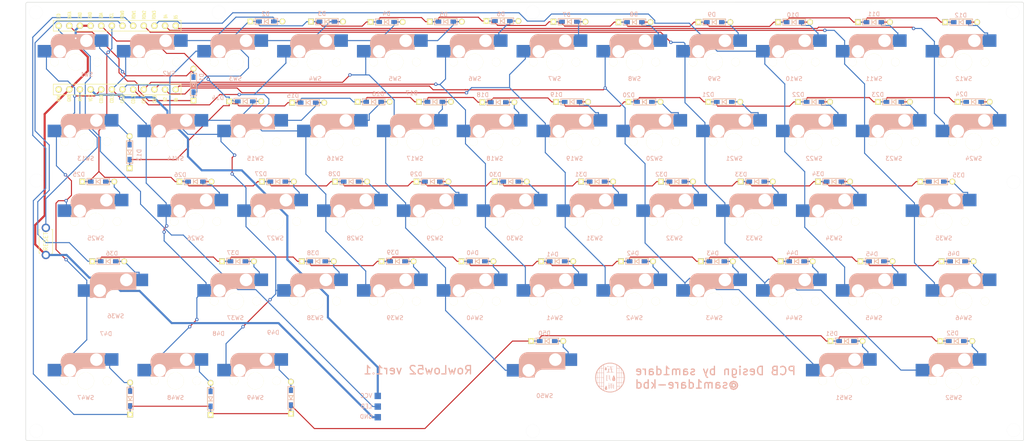
<source format=kicad_pcb>
(kicad_pcb (version 20221018) (generator pcbnew)
  (layers (0 "F.Cu" signal) (31 "B.Cu" signal) (34 "B.Paste" user) (35 "F.Paste" user) (36 "B.SilkS" user "B.Silkscreen") (37 "F.SilkS" user "F.Silkscreen") (38 "B.Mask" user) (39 "F.Mask" user) (44 "Edge.Cuts" user))
  (net 0 "")
  (net 1 "row0")
  (net 2 "Net-(D1-A)")
  (net 3 "Net-(D2-A)")
  (net 4 "Net-(D3-A)")
  (net 5 "Net-(D4-A)")
  (net 6 "Net-(D5-A)")
  (net 7 "Net-(D6-A)")
  (net 8 "Net-(D7-A)")
  (net 9 "Net-(D8-A)")
  (net 10 "Net-(D9-A)")
  (net 11 "Net-(D10-A)")
  (net 12 "Net-(D11-A)")
  (net 13 "Net-(D12-A)")
  (net 14 "row1")
  (net 15 "Net-(D13-A)")
  (net 16 "Net-(D14-A)")
  (net 17 "Net-(D15-A)")
  (net 18 "Net-(D16-A)")
  (net 19 "Net-(D17-A)")
  (net 20 "Net-(D18-A)")
  (net 21 "Net-(D19-A)")
  (net 22 "Net-(D20-A)")
  (net 23 "Net-(D21-A)")
  (net 24 "Net-(D22-A)")
  (net 25 "Net-(D23-A)")
  (net 26 "Net-(D24-A)")
  (net 27 "row2")
  (net 28 "Net-(D25-A)")
  (net 29 "Net-(D26-A)")
  (net 30 "Net-(D27-A)")
  (net 31 "Net-(D28-A)")
  (net 32 "Net-(D29-A)")
  (net 33 "Net-(D30-A)")
  (net 34 "Net-(D31-A)")
  (net 35 "Net-(D32-A)")
  (net 36 "Net-(D33-A)")
  (net 37 "Net-(D34-A)")
  (net 38 "Net-(D35-A)")
  (net 39 "row3")
  (net 40 "Net-(D36-A)")
  (net 41 "Net-(D37-A)")
  (net 42 "Net-(D38-A)")
  (net 43 "Net-(D39-A)")
  (net 44 "Net-(D40-A)")
  (net 45 "Net-(D41-A)")
  (net 46 "Net-(D42-A)")
  (net 47 "Net-(D43-A)")
  (net 48 "Net-(D44-A)")
  (net 49 "Net-(D45-A)")
  (net 50 "Net-(D46-A)")
  (net 51 "row4")
  (net 52 "Net-(D47-A)")
  (net 53 "Net-(D48-A)")
  (net 54 "Net-(D49-A)")
  (net 55 "Net-(D50-A)")
  (net 56 "Net-(D51-A)")
  (net 57 "Net-(D52-A)")
  (net 58 "VCC")
  (net 59 "led")
  (net 60 "GND")
  (net 61 "col0")
  (net 62 "col1")
  (net 63 "col2")
  (net 64 "col3")
  (net 65 "col4")
  (net 66 "col5")
  (net 67 "col6")
  (net 68 "col7")
  (net 69 "col8")
  (net 70 "col9")
  (net 71 "col10")
  (net 72 "col11")
  (net 73 "reset")
  (footprint "kbd_SW:CherryMX_Hotswap_1u" (layer "F.Cu") (at 252.4125 102.3937)
    (fp_text reference "SW23")
    (fp_text value "SW_PUSH" hide)
  )
  (footprint "kbd:D3_TH_SMD" (layer "F.Cu") (at 142.2688 111.9187)
    (fp_text reference "D29" hide)
    (fp_text value "D" hide)
  )
  (footprint "kbd:D3_TH_SMD" (layer "F.Cu") (at 117.1 73.7)
    (fp_text reference "D3" hide)
    (fp_text value "D" hide)
  )
  (footprint "kbd:D3_TH_SMD" (layer "F.Cu") (at 133.9563 130.9687)
    (fp_text reference "D39" hide)
    (fp_text value "D" hide)
  )
  (footprint "kbd_SW:CherryMX_Hotswap_1u" (layer "F.Cu") (at 95.25 83.3437)
    (fp_text reference "SW3")
    (fp_text value "SW_PUSH" hide)
  )
  (footprint "kbd:D3_TH_SMD" (layer "F.Cu") (at 219.6813 111.9187)
    (fp_text reference "D33" hide)
    (fp_text value "D" hide)
  )
  (footprint "kbd:D3_TH_SMD" (layer "F.Cu") (at 158.975 73.55)
    (fp_text reference "D6" hide)
    (fp_text value "D" hide)
  )
  (footprint "kbd_SW:CherryMX_Hotswap_1u" (layer "F.Cu") (at 190.5 83.3437)
    (fp_text reference "SW8")
    (fp_text value "SW_PUSH" hide)
  )
  (footprint "kbd_SW:CherryMX_Hotswap_1u" (layer "F.Cu") (at 133.35 140.4937)
    (fp_text reference "SW39")
    (fp_text value "SW_PUSH" hide)
  )
  (footprint "kbd:D3_TH_SMD" (layer "F.Cu") (at 192.8813 92.8687)
    (fp_text reference "D20" hide)
    (fp_text value "D" hide)
  )
  (footprint "kbd:D3_TH_SMD" (layer "F.Cu") (at 209.55 73.8187)
    (fp_text reference "D9" hide)
    (fp_text value "D" hide)
  )
  (footprint "kbd:D3_TH_SMD" (layer "F.Cu") (at 267.3063 150.0187)
    (fp_text reference "D52" hide)
    (fp_text value "D" hide)
  )
  (footprint "kbd_SW:CherryMX_Hotswap_1u" (layer "F.Cu") (at 200.025 121.4437)
    (fp_text reference "SW32")
    (fp_text value "SW_PUSH" hide)
  )
  (footprint "kbd:D3_TH_SMD" (layer "F.Cu") (at 158 92.95)
    (fp_text reference "D18" hide)
    (fp_text value "D" hide)
  )
  (footprint "kbd:D3_TH_SMD" (layer "F.Cu") (at 89.325 163.825 90)
    (fp_text reference "D48" hide)
    (fp_text value "D" hide)
  )
  (footprint "kbd_SW:CherryMX_Hotswap_1.75u" (layer "F.Cu") (at 264.3188 121.4437)
    (fp_text reference "SW35")
    (fp_text value "SW_PUSH" hide)
  )
  (footprint "kbd:D3_TH_SMD" (layer "F.Cu") (at 114.9063 130.9687)
    (fp_text reference "D38" hide)
    (fp_text value "D" hide)
  )
  (footprint "kbd_SW:CherryMX_Hotswap_1u" (layer "F.Cu") (at 152.4 83.3437)
    (fp_text reference "SW6")
    (fp_text value "SW_PUSH" hide)
  )
  (footprint "kbd:D3_TH_SMD" (layer "F.Cu") (at 271.4625 92.8687)
    (fp_text reference "D24" hide)
    (fp_text value "D" hide)
  )
  (footprint "kbd_SW:CherryMX_Hotswap_1u" (layer "F.Cu") (at 176.2125 102.3937)
    (fp_text reference "SW19")
    (fp_text value "SW_PUSH" hide)
  )
  (footprint "kbd:D3_TH_SMD" (layer "F.Cu") (at 248.2563 130.9687)
    (fp_text reference "D45" hide)
    (fp_text value "D" hide)
  )
  (footprint "kbd_SW:CherryMX_Hotswap_1u" (layer "F.Cu") (at 209.55 140.4937)
    (fp_text reference "SW43")
    (fp_text value "SW_PUSH" hide)
  )
  (footprint "kbd:D3_TH_SMD" (layer "F.Cu") (at 153.0063 130.9687)
    (fp_text reference "D40" hide)
    (fp_text value "D" hide)
  )
  (footprint "kbd_SW:CherryMX_Hotswap_1u" (layer "F.Cu") (at 161.925 121.4437)
    (fp_text reference "SW30")
    (fp_text value "SW_PUSH" hide)
  )
  (footprint "kbd:D3_TH_SMD" (layer "F.Cu") (at 252.4125 92.8687)
    (fp_text reference "D23" hide)
    (fp_text value "D" hide)
  )
  (footprint "kbd_SW:CherryMX_Hotswap_1.25u" (layer "F.Cu") (at 59.5313 102.3937)
    (fp_text reference "SW13")
    (fp_text value "SW_PUSH" hide)
  )
  (footprint "kbd_SW:CherryMX_Hotswap_1u" (layer "F.Cu") (at 123.825 121.4437)
    (fp_text reference "SW28")
    (fp_text value "SW_PUSH" hide)
  )
  (footprint "kbd_Hole:m3_Screw_Hole_EdgeCuts" (layer "F.Cu") (at 47.75 111.65 90)
    (fp_text reference "Ref04" hide)
    (fp_text value "Val**" hide)
    (fp_circle (center 0 0) (end 1.6 0) (stroke (width 0.01)) (fill none) (layer "Edge.Cuts"))
  )
  (footprint "kbd:D3_TH_SMD" (layer "F.Cu") (at 210.1563 130.9687)
    (fp_text reference "D43" hide)
    (fp_text value "D" hide)
  )
  (footprint "kbd_SW:CherryMX_Hotswap_1u" (layer "F.Cu") (at 190.5 140.4937)
    (fp_text reference "SW42")
    (fp_text value "SW_PUSH" hide)
  )
  (footprint "kbd:D3_TH_SMD" (layer "F.Cu") (at 267.6145 130.9687)
    (fp_text reference "D46" hide)
    (fp_text value "D" hide)
  )
  (footprint "kbd_SW:CherryMX_Hotswap_1u" (layer "F.Cu") (at 119.0625 102.3937)
    (fp_text reference "SW16")
    (fp_text value "SW_PUSH" hide)
  )
  (footprint "kbd_SW:CherryMX_Hotswap_1u" (layer "F.Cu") (at 100.0125 102.3937)
    (fp_text reference "SW15")
    (fp_text value "SW_PUSH" hide)
  )
  (footprint "kbd_SW:CherryMX_Hotswap_1u" (layer "F.Cu") (at 171.45 140.4937)
    (fp_text reference "SW41")
    (fp_text value "SW_PUSH" hide)
  )
  (footprint "kbd_SW:CherryMX_Hotswap_1u" (layer "F.Cu") (at 228.6 140.4937)
    (fp_text reference "SW44")
    (fp_text value "SW_PUSH" hide)
  )
  (footprint "kbd_SW:CherryMX_Hotswap_1.25u" (layer "F.Cu") (at 59.5313 159.5437)
    (fp_text reference "SW47")
    (fp_text value "SW_PUSH" hide)
  )
  (footprint "kbd_SW:CherryMX_Hotswap_1u" (layer "F.Cu") (at 114.3 83.3437)
    (fp_text reference "SW4")
    (fp_text value "SW_PUSH" hide)
  )
  (footprint "kbd_SW:CherryMX_Hotswap_1u" (layer "F.Cu") (at 152.4 140.4937)
    (fp_text reference "SW40")
    (fp_text value "SW_PUSH" hide)
  )
  (footprint "kbd_Hole:m3_Screw_Hole_EdgeCuts" (layer "F.Cu") (at 47.725 171.475 90)
    (fp_text reference "Ref06" hide)
    (fp_text value "Val**" hide)
    (fp_circle (center 0 0) (end 1.6 0) (stroke (width 0.01)) (fill none) (layer "Edge.Cuts"))
  )
  (footprint "kbd_SW:CherryMX_Hotswap_6.25u" (layer "F.Cu") (at 169.0688 159.5437)
    (fp_text reference "SW50")
    (fp_text value "SW_PUSH" hide)
  )
  (footprint "kbd_Hole:m3_Screw_Hole_EdgeCuts" (layer "F.Cu") (at 47.625 71.475)
    (fp_text reference "Ref00" hide)
    (fp_text value "Val**" hide)
    (fp_circle (center 0 0) (end 1.6 0) (stroke (width 0.01)) (fill none) (layer "Edge.Cuts"))
  )
  (footprint "kbd_SW:CherryMX_Hotswap_1u" (layer "F.Cu") (at 233.3625 102.3937)
    (fp_text reference "SW22")
    (fp_text value "SW_PUSH" hide)
  )
  (footprint "kbd_SW:CherryMX_Hotswap_1u" (layer "F.Cu") (at 104.775 121.4437)
    (fp_text reference "SW27")
    (fp_text value "SW_PUSH" hide)
  )
  (footprint "kbd:D3_TH_SMD" (layer "F.Cu") (at 122.8725 111.9187)
    (fp_text reference "D28" hide)
    (fp_text value "D" hide)
  )
  (footprint "kbd_SW:CherryMX_Hotswap_1.5u" (layer "F.Cu") (at 266.7 159.5437)
    (fp_text reference "SW52")
    (fp_text value "SW_PUSH" hide)
  )
  (footprint "kbd_SW:CherryMX_Hotswap_1u" (layer "F.Cu") (at 271.4625 102.3937)
    (fp_text reference "SW24")
    (fp_text value "SW_PUSH" hide)
  )
  (footprint "kbd_SW:CherryMX_Hotswap_1u" (layer "F.Cu") (at 95.25 140.4937)
    (fp_text reference "SW37")
    (fp_text value "SW_PUSH" hide)
  )
  (footprint "kbd:D3_TH_SMD" (layer "F.Cu") (at 131.35 73.775)
    (fp_text reference "D4" hide)
    (fp_text value "D" hide)
  )
  (footprint "kbd_Hole:m3_Screw_Hole_EdgeCuts" (layer "F.Cu") (at 91.275 71.475)
    (fp_text reference "Ref01" hide)
    (fp_text value "Val**" hide)
    (fp_circle (center 0 0) (end 1.6 0) (stroke (width 0.01)) (fill none) (layer "Edge.Cuts"))
  )
  (footprint "kbd_SW:CherryMX_Hotswap_1u" (layer "F.Cu") (at 195.2625 102.3937)
    (fp_text reference "SW20")
    (fp_text value "SW_PUSH" hide)
  )
  (footprint "kbd:D3_TH_SMD" (layer "F.Cu") (at 97.6 92.75)
    (fp_text reference "D14" hide)
    (fp_text value "D" hide)
  )
  (footprint "kbd_SW:CherryMX_Hotswap_1u" (layer "F.Cu") (at 76.0563 83.34)
    (fp_text reference "SW2")
    (fp_text value "SW_PUSH" hide)
  )
  (footprint "kbd_Hole:m3_Screw_Hole_EdgeCuts" (layer "F.Cu") (at 280.975 112.05 90)
    (fp_text reference "Ref05" hide)
    (fp_text value "Val**" hide)
    (fp_circle (center 0 0) (end 1.6 0) (stroke (width 0.01)) (fill none) (layer "Edge.Cuts"))
  )
  (footprint "kbd:D3_TH_SMD" (layer "F.Cu") (at 228.6 73.8187)
    (fp_text reference "D10" hide)
    (fp_text value "D" hide)
  )
  (footprint "kbd:D3_TH_SMD" (layer "F.Cu") (at 172.0563 130.9687)
    (fp_text reference "D41" hide)
    (fp_text value "D" hide)
  )
  (footprint "kbd:D3_TH_SMD" (layer "F.Cu") (at 85.25 88.75 90)
    (fp_text reference "D1" hide)
    (fp_text value "D" hide)
  )
  (footprint "kbd_SW:CherryMX_Hotswap_1u" (layer "F.Cu") (at 57.15 83.3437)
    (fp_text reference "SW1")
    (fp_text value "SW_PUSH" hide)
  )
  (footprint "kbd_SW:CherryMX_Hotswap_1.25u" (layer "F.Cu") (at 269.0813 83.3437)
    (fp_text reference "SW12")
    (fp_text value "SW_PUSH" hide)
  )
  (footprint "kbd:D3_TH_SMD" (layer "F.Cu") (at 241.1125 150.0187)
    (fp_text reference "D51" hide)
    (fp_text value "D" hide)
  )
  (footprint "kbd_SW:CherryMX_Hotswap_1u" (layer "F.Cu") (at 100.0125 159.5437)
    (fp_text reference "SW49")
    (fp_text value "SW_PUSH" hide)
  )
  (footprint "kbd:D3_TH_SMD" (layer "F.Cu") (at 238.125 111.9187)
    (fp_text reference "D34" hide)
    (fp_text value "D" hide)
  )
  (footprint "kbd:D3_TH_SMD" (layer "F.Cu") (at 112.625 93.05)
    (fp_text reference "D15" hide)
    (fp_text value "D" hide)
  )
  (footprint "kbd:D3_TH_SMD" (layer "F.Cu") (at 102.65 73.65)
    (fp_text reference "D2" hide)
    (fp_text value "D" hide)
  )
  (footprint "kbd_Hole:m3_Screw_Hole_EdgeCuts" (layer "F.Cu") (at 280.975 171.325 90)
    (fp_text reference "Ref08" hide)
    (fp_text value "Val**" hide)
    (fp_circle (center 0 0) (end 1.6 0) (stroke (width 0.01)) (fill none) (layer "Edge.Cuts"))
  )
  (footprint "kbd:D3_TH_SMD" (layer "F.Cu") (at 105.3813 111.9187)
    (fp_text reference "D27" hide)
    (fp_text value "D" hide)
  )
  (footprint "kbd_SW:CherryMX_Hotswap_1u" (layer "F.Cu") (at 138.1125 102.3937)
    (fp_text reference "SW17")
    (fp_text value "SW_PUSH" hide)
  )
  (footprint "kbd_SW:CherryMX_Hotswap_1u" (layer "F.Cu") (at 214.3125 102.3937)
    (fp_text reference "SW21")
    (fp_text value "SW_PUSH" hide)
  )
  (footprint "kbd:D3_TH_SMD" (layer "F.Cu") (at 62.5188 111.9187)
    (fp_text reference "D25" hide)
    (fp_text value "D" hide)
  )
  (footprint "kbd_SW:CherryMX_Hotswap_1u" (layer "F.Cu") (at 133.35 83.3437)
    (fp_text reference "SW5")
    (fp_text value "SW_PUSH" hide)
  )
  (footprint "kbd:D3_TH_SMD" (layer "F.Cu") (at 268.475 73.8187)
    (fp_text reference "D12" hide)
    (fp_text value "D" hide)
  )
  (footprint "kbd:D3_TH_SMD" (layer "F.Cu") (at 211.9313 92.8687)
    (fp_text reference "D21" hide)
    (fp_text value "D" hide)
  )
  (footprint "kbd:ResetSW_1side" (layer "F.Cu") (at 50.0063 126.2062 90)
    (fp_text reference "SW53" hide)
    (fp_text value "RESET_SWITCH")
  )
  (footprint "kbd_SW:CherryMX_Hotswap_1u" (layer "F.Cu") (at 142.875 121.4437)
    (fp_text reference "SW29")
    (fp_text value "SW_PUSH" hide)
  )
  (footprint "kbd_SW:CherryMX_Hotswap_1u" (layer "F.Cu") (at 85.725 121.4437)
    (fp_text reference "SW26")
    (fp_text value "SW_PUSH" hide)
  )
  (footprint "kbd:D3_TH_SMD" (layer "F.Cu") (at 128.25 92.85)
    (fp_text reference "D16" hide)
    (fp_text value "D" hide)
  )
  (footprint "kbd:D3_TH_SMD" (layer "F.Cu") (at 174.975 73.725)
    (fp_text reference "D7" hide)
    (fp_text value "D" hide)
  )
  (footprint "kbd_SW:CherryMX_Hotswap_1.5u" (layer "F.Cu") (at 61.9125 121.4437)
    (fp_text reference "SW25")
    (fp_text value "SW_PUSH" hide)
  )
  (footprint "kbd_SW:CherryMX_Hotswap_2u" (layer "F.Cu") (at 66.675 140.4937)
    (fp_text reference "SW36")
    (fp_text value "SW_PUSH" hide)
  )
  (footprint "kbd:D3_TH_SMD" (layer "F.Cu") (at 233.3625 92.8687)
    (fp_text reference "D22" hide)
    (fp_text value "D" hide)
  )
  (footprint "kbd:D3_TH_SMD" (layer "F.Cu") (at 64.9 130.9687)
    (fp_text reference "D36" hide)
    (fp_text value "D" hide)
  )
  (footprint "kbd:D3_TH_SMD" (layer "F.Cu") (at 169.675 150.0187)
    (fp_text reference "D50" hide)
    (fp_text value "D" hide)
  )
  (footprint "kbd:D3_TH_SMD" (layer "F.Cu") (at 190.5 73.8187)
    (fp_text reference "D8" hide)
    (fp_text value "D" hide)
  )
  (footprint "kbd_SW:CherryMX_Hotswap_1.25u" (layer "F.Cu") (at 240.5063 159.5437)
    (fp_text reference "SW51")
    (fp_text value "SW_PUSH" hide)
  )
  (footprint "kbd:D3_TH_SMD" (layer "F.Cu") (at 262.5438 111.9187)
    (fp_text reference "D35" hide)
    (fp_text value "D" hide)
  )
  (footprint "kbd:D3_TH_SMD" (layer "F.Cu") (at 247.65 73.8187)
    (fp_text reference "D11" hide)
    (fp_text value "D" hide)
  )
  (footprint "kbd_SW:CherryMX_Hotswap_1u" (layer "F.Cu") (at 171.45 83.3437)
    (fp_text reference "SW7")
    (fp_text value "SW_PUSH" hide)
  )
  (footprint "kbd:D3_TH_SMD" (layer "F.Cu") (at 200.6313 111.9187)
    (fp_text reference "D32" hide)
    (fp_text value "D" hide)
  )
  (footprint "kbd_SW:CherryMX_Hotswap_1u" (layer "F.Cu") (at 157.1625 102.3937)
    (fp_text reference "SW18")
    (fp_text value "SW_PUSH" hide)
  )
  (footprint "kbd_SW:CherryMX_Hotswap_1u" (layer "F.Cu") (at 80.9625 102.3937)
    (fp_text reference "SW14")
    (fp_text value "SW_PUSH" hide)
  )
  (footprint "kbd_SW:CherryMX_Hotswap_1u" (layer "F.Cu") (at 219.075 121.4437)
    (fp_text reference "SW33")
    (fp_text value "SW_PUSH" hide)
  )
  (footprint "kbd:D3_TH_SMD" (layer "F.Cu") (at 85.725 111.9187)
    (fp_text reference "D26" hide)
    (fp_text value "D" hide)
  )
  (footprint "kbd_SW:CherryMX_Hotswap_1u" (layer "F.Cu") (at 80.9625 159.5437)
    (fp_text reference "SW48")
    (fp_text value "SW_PUSH" hide)
  )
  (footprint "kbd:D3_TH_SMD" (layer "F.Cu") (at 142.875 92.85)
    (fp_text reference "D17" hide)
    (fp_text value "D" hide)
  )
  (footprint "kbd:D3_TH_SMD" (layer "F.Cu") (at 175.6063 92.8687)
    (fp_text reference "D19" hide)
    (fp_text value "D" hide)
  )
  (footprint "kbd:D3_TH_SMD" (layer "F.Cu") (at 181.5813 111.9187)
    (fp_text reference "D31" hide)
    (fp_text value "D" hide)
  )
  (footprint "kbd_SW:CherryMX_Hotswap_1u" (layer "F.Cu") (at 247.65 83.3437)
    (fp_text reference "SW11")
    (fp_text value "SW_PUSH" hide)
  )
  (footprint "kbd_SW:CherryMX_Hotswap_1u" (layer "F.Cu") (at 238.125 121.4437)
    (fp_text reference "SW34")
    (fp_text value "SW_PUSH" hide)
  )
  (footprint "kbd:D3_TH_SMD" (layer "F.Cu") (at 108.5 163.55 90)
    (fp_text reference "D49" hide)
    (fp_text value "D" hide)
  )
  (footprint "kbd_SW:CherryMX_Hotswap_1u" (layer "F.Cu") (at 247.65 140.4937)
    (fp_text reference "SW45")
    (fp_text value "SW_PUSH" hide)
  )
  (footprint "kbd:D3_TH_SMD" (layer "F.Cu") (at 70.125 163.75 90)
    (fp_text reference "D47" hide)
    (fp_text value "D" hide)
  )
  (footprint "kbd_SW:CherryMX_Hotswap_1u" (layer "F.Cu") (at 114.3 140.4937)
    (fp_text reference "SW38")
    (fp_text value "SW_PUSH" hide)
  )
  (footprint "kbd_Hole:m3_Screw_Hole_EdgeCuts" (layer "F.Cu") (at 166.225 171.525 90)
    (fp_text reference "Ref07" hide)
    (fp_text value "Val**" hide)
    (fp_circle (center 0 0) (end 1.6 0) (stroke (width 0.01)) (fill none) (layer "Edge.Cuts"))
  )
  (footprint "kbd_SW:CherryMX_Hotswap_1.25u" (layer "F.Cu") (at 269.0813 140.4937)
    (fp_text reference "SW46")
    (fp_text value "SW_PUSH" hide)
  )
  (footprint "kbd:D3_TH_SMD" (layer "F.Cu") (at 191.1063 130.9687)
    (fp_text reference "D42" hide)
    (fp_text value "D" hide)
  )
  (footprint "kbd_SW:CherryMX_Hotswap_1u" (layer "F.Cu") (at 209.55 83.3437)
    (fp_text reference "SW9")
    (fp_text value "SW_PUSH" hide)
  )
  (footprint "kbd_Hole:m3_Screw_Hole_EdgeCuts" (layer "F.Cu") (at 280.775 71.425 90)
    (fp_text reference "Ref03" hide)
    (fp_text value "Val**" hide)
    (fp_circle (center 0 0) (end 1.6 0) (stroke (width 0.01)) (fill none) (layer "Edge.Cuts"))
  )
  (footprint "kbd:D3_TH_SMD" (layer "F.Cu") (at 229.2063 130.9687)
    (fp_text reference "D44" hide)
    (fp_text value "D" hide)
  )
  (footprint "kbd_SW:CherryMX_Hotswap_1u" (layer "F.Cu") (at 228.6 83.3437)
    (fp_text reference "SW10")
    (fp_text value "SW_PUSH" hide)
  )
  (footprint "kbd:D3_TH_SMD" (layer "F.Cu") (at 145.475 73.7)
    (fp_text reference "D5" hide)
    (fp_text value "D" hide)
  )
  (footprint "kbd_SW:CherryMX_Hotswap_1u" (layer "F.Cu") (at 180.975 121.4437)
    (fp_text reference "SW31")
    (fp_text value "SW_PUSH" hide)
  )
  (footprint "kbd:ProMicro_v2_1side" (layer "F.Cu") (at 67.543 82.3386 90)
    (fp_text reference "U1" hide)
    (fp_text value "ProMicro" hide)
  )
  (footprint "kbd_Hole:m3_Screw_Hole_EdgeCuts" (layer "F.Cu") (at 166.225 71.425 90)
    (fp_text reference "Ref02" hide)
    (fp_text value "Val**" hide)
    (fp_circle (center 0 0) (end 1.6 0) (stroke (width 0.01)) (fill none) (layer "Edge.Cuts"))
  )
  (footprint "kbd:D3_TH_SMD" (layer "F.Cu") (at 95.8563 130.9687)
    (fp_text reference "D37" hide)
    (fp_text value "D" hide)
  )
  (footprint "kbd:D3_TH_SMD" (layer "F.Cu") (at 160.9725 111.9187)
    (fp_text reference "D30" hide)
    (fp_text value "D" hide)
  )
  (footprint "kbd:D3_TH_SMD" (layer "F.Cu") (at 70 104.875 90)
    (fp_text reference "D13" hide)
    (fp_text value "D" hide)
  )
  (footprint "SamacSys_Parts:sam1dare_logo" (layer "B.Cu") (at 184.625 158.725 180)
    (fp_text reference "G***" hide)
    (fp_text value "LOGO" hide)
  )
  (footprint "kbd:StripLED_1side" (layer "B.Cu") (at 129.225 168.215)
    (fp_text reference "J1L1" hide)
    (fp_text value "Conn_01x03" hide)
  )
  (gr_arc (start 283.392157 173.442158) (mid 283.275 173.725) (end 282.992157 173.842158) (stroke (width 0.1)) (layer "Edge.Cuts"))
  (gr_arc (start 45.625 173.83125) (mid 45.342158 173.714093) (end 45.225002 173.431251) (stroke (width 0.1)) (layer "Edge.Cuts"))
  (gr_arc (start 45.225 69.45625) (mid 45.342157 69.173408) (end 45.625 69.05625) (stroke (width 0.1)) (layer "Edge.Cuts"))
  (gr_arc (start 282.975 69.025) (mid 283.257842 69.142157) (end 283.374998 69.425) (stroke (width 0.1)) (layer "Edge.Cuts"))
  (gr_line (start 283.374998 69.425) (end 283.392157 173.442158) (stroke (width 0.1)) (layer "Edge.Cuts"))
  (gr_line (start 45.625 69.05625) (end 282.975 69.025) (stroke (width 0.1)) (layer "Edge.Cuts"))
  (gr_line (start 282.992157 173.842158) (end 45.625 173.83125) (stroke (width 0.1)) (layer "Edge.Cuts"))
  (gr_line (start 45.225 172.625) (end 45.225002 173.431251) (stroke (width 0.1)) (layer "Edge.Cuts"))
  (gr_line (start 45.225 69.45625) (end 45.225 172.625) (stroke (width 0.1)) (layer "Edge.Cuts"))
  (gr_text "D39" (at 134.375 129.425) (layer "B.SilkS") (effects (font (size 1 1)) (justify left bottom mirror)))
  (gr_text "D8" (at 191.425 72.525) (layer "B.SilkS") (effects (font (size 1 1)) (justify left bottom mirror)))
  (gr_text "D14" (at 92.625 92.475) (layer "B.SilkS") (effects (font (size 1 1)) (justify left bottom mirror)))
  (gr_text "D12" (at 269.925 72.775) (layer "B.SilkS") (effects (font (size 1 1)) (justify left bottom mirror)))
  (gr_text "D28" (at 120.425 110.675) (layer "B.SilkS") (effects (font (size 1 1)) (justify left bottom mirror)))
  (gr_text "D15" (at 110.525 91.975) (layer "B.SilkS") (effects (font (size 1 1)) (justify left bottom mirror)))
  (gr_text "D20" (at 190.675 91.825) (layer "B.SilkS") (effects (font (size 1 1)) (justify left bottom mirror)))
  (gr_text "D26" (at 83.625 110.875) (layer "B.SilkS") (effects (font (size 1 1)) (justify left bottom mirror)))
  (gr_text "D6" (at 159.675 72.475) (layer "B.SilkS") (effects (font (size 1 1)) (justify left bottom mirror)))
  (gr_text "D38" (at 115.325 129.575) (layer "B.SilkS") (effects (font (size 1 1)) (justify left bottom mirror)))
  (gr_text "D27" (at 102.875 110.675) (layer "B.SilkS") (effects (font (size 1 1)) (justify left bottom mirror)))
  (gr_text "D23" (at 250.125 91.725) (layer "B.SilkS") (effects (font (size 1 1)) (justify left bottom mirror)))
  (gr_text "D30" (at 158.825 110.825) (layer "B.SilkS") (effects (font (size 1 1)) (justify left bottom mirror)))
  (gr_text "D45" (at 248.725 129.825) (layer "B.SilkS") (effects (font (size 1 1)) (justify left bottom mirror)))
  (gr_text "D2" (at 103.525 72.425) (layer "B.SilkS") (effects (font (size 1 1)) (justify left bottom mirror)))
  (gr_text "D29" (at 139.925 110.725) (layer "B.SilkS") (effects (font (size 1 1)) (justify left bottom mirror)))
  (gr_text "D4" (at 132.375 72.375) (layer "B.SilkS") (effects (font (size 1 1)) (justify left bottom mirror)))
  (gr_text "D21" (at 209.625 91.725) (layer "B.SilkS") (effects (font (size 1 1)) (justify left bottom mirror)))
  (gr_text "D42" (at 191.675 129.625) (layer "B.SilkS") (effects (font (size 1 1)) (justify left bottom mirror)))
  (gr_text "D18" (at 155.825 91.775) (layer "B.SilkS") (effects (font (size 1 1)) (justify left bottom mirror)))
  (gr_text "D10" (at 229.875 72.675) (layer "B.SilkS") (effects (font (size 1 1)) (justify left bottom mirror)))
  (gr_text "D9" (at 210.025 72.575) (layer "B.SilkS") (effects (font (size 1 1)) (justify left bottom mirror)))
  (gr_text "D24" (at 270.125 91.625) (layer "B.SilkS") (effects (font (size 1 1)) (justify left bottom mirror)))
  (gr_text "D49" (at 105.825 148.575) (layer "B.SilkS") (effects (font (size 1 1)) (justify left bottom mirror)))
  (gr_text "D17" (at 138.875 91.325) (layer "B.SilkS") (effects (font (size 1 1)) (justify left bottom mirror)))
  (gr_text "D36" (at 67.325 129.675) (layer "B.SilkS") (effects (font (size 1 1)) (justify left bottom mirror)))
  (gr_text "D46" (at 268.225 129.725) (layer "B.SilkS") (effects (font (size 1 1)) (justify left bottom mirror)))
  (gr_text "D43" (at 210.725 129.625) (layer "B.SilkS") (effects (font (size 1 1)) (justify left bottom mirror)))
  (gr_text "D47" (at 65.925 148.875) (layer "B.SilkS") (effects (font (size 1 1)) (justify left bottom mirror)))
  (gr_text "D40" (at 153.425 129.525) (layer "B.SilkS") (effects (font (size 1 1)) (justify left bottom mirror)))
  (gr_text "D22" (at 231.125 91.725) (layer "B.SilkS") (effects (font (size 1 1)) (justify left bottom mirror)))
  (gr_text "D48" (at 92.775 148.825) (layer "B.SilkS") (effects (font (size 1 1)) (justify left bottom mirror)))
  (gr_text "D51" (at 239.125 148.825) (layer "B.SilkS") (effects (font (size 1 1)) (justify left bottom mirror)))
  (gr_text "D3" (at 116.975 72.375) (layer "B.SilkS") (effects (font (size 1 1)) (justify left bottom mirror)))
  (gr_text "D25" (at 59.425 110.775) (layer "B.SilkS") (effects (font (size 1 1)) (justify left bottom mirror)))
  (gr_text "D33" (at 217.475 110.775) (layer "B.SilkS") (effects (font (size 1 1)) (justify left bottom mirror)))
  (gr_text "RowLow52 ver1.1" (at 152.025 158.125) (layer "B.SilkS") (effects (font (size 2 2) (thickness 0.3)) (justify left bottom mirror)))
  (gr_text "D5" (at 146.025 72.575) (layer "B.SilkS") (effects (font (size 1 1)) (justify left bottom mirror)))
  (gr_text "D7" (at 175.375 72.625) (layer "B.SilkS") (effects (font (size 1 1)) (justify left bottom mirror)))
  (gr_text "D1" (at 87.775 85.925 90) (layer "B.SilkS") (effects (font (size 1 1)) (justify left bottom mirror)))
  (gr_text "D32" (at 198.475 110.775) (layer "B.SilkS") (effects (font (size 1 1)) (justify left bottom mirror)))
  (gr_text "D31" (at 179.275 110.775) (layer "B.SilkS") (effects (font (size 1 1)) (justify left bottom mirror)))
  (gr_text "D19" (at 173.425 91.725) (layer "B.SilkS") (effects (font (size 1 1)) (justify left bottom mirror)))
  (gr_text "D37" (at 96.225 129.525) (layer "B.SilkS") (effects (font (size 1 1)) (justify left bottom mirror)))
  (gr_text "D35" (at 269.425 110.975) (layer "B.SilkS") (effects (font (size 1 1)) (justify left bottom mirror)))
  (gr_text "D44" (at 229.725 129.575) (layer "B.SilkS") (effects (font (size 1 1)) (justify left bottom mirror)))
  (gr_text "D13" (at 72.875 104.025 90) (layer "B.SilkS") (effects (font (size 1 1)) (justify left bottom mirror)))
  (gr_text "D41" (at 172.475 129.875) (layer "B.SilkS") (effects (font (size 1 1)) (justify left bottom mirror)))
  (gr_text "D52" (at 267.975 148.725) (layer "B.SilkS") (effects (font (size 1 1)) (justify left bottom mirror)))
  (gr_text "D34" (at 235.875 110.675) (layer "B.SilkS") (effects (font (size 1 1)) (justify left bottom mirror)))
  (gr_text "D11" (at 249.175 72.475) (layer "B.SilkS") (effects (font (size 1 1)) (justify left bottom mirror)))
  (gr_text "D50" (at 170.575 148.725) (layer "B.SilkS") (effects (font (size 1 1)) (justify left bottom mirror)))
  (gr_text "PCB Design by sam1dare\n@sam1dare-kbd" (at 190.425 161.525) (layer "B.SilkS") (effects (font (size 2 2) (thickness 0.3)) (justify right bottom mirror)))
  (gr_text "D16" (at 130.875 91.525) (layer "B.SilkS") (effects (font (size 1 1)) (justify left bottom mirror)))
  (segment (start 157.2 73.95) (end 157.8663 74.6163) (width 0.25) (layer "F.Cu") (net 1))
  (segment (start 206.2518 73.8187) (end 205.74 73.8187) (width 0.25) (layer "F.Cu") (net 1))
  (segment (start 72.115 90.183) (end 74.492 92.56) (width 0.25) (layer "F.Cu") (net 1))
  (segment (start 172.1886 73.725) (end 172.5886 74.125) (width 0.25) (layer "F.Cu") (net 1))
  (segment (start 125.5096 74.7818) (end 126.5164 73.775) (width 0.25) (layer "F.Cu") (net 1))
  (segment (start 205.74 73.8187) (end 204.7164 73.8187) (width 0.25) (layer "F.Cu") (net 1))
  (segment (start 155.165 73.55) (end 154.1414 73.55) (width 0.25) (layer "F.Cu") (net 1))
  (segment (start 206.7636 73.8187) (end 207.1636 74.2187) (width 0.25) (layer "F.Cu") (net 1))
  (segment (start 127.54 73.775) (end 129.575 73.775) (width 0.25) (layer "F.Cu") (net 1))
  (segment (start 171.165 73.725) (end 170.1414 73.725) (width 0.25) (layer "F.Cu") (net 1))
  (segment (start 129.575 72.9749) (end 129.8267 72.7232) (width 0.25) (layer "F.Cu") (net 1))
  (segment (start 225.3018 73.8187) (end 224.79 73.8187) (width 0.25) (layer "F.Cu") (net 1))
  (segment (start 55.605 74.6822) (end 57.1053 76.1825) (width 0.25) (layer "F.Cu") (net 1))
  (segment (start 184.7002 74.7849) (end 185.6664 73.8187) (width 0.25) (layer "F.Cu") (net 1))
  (segment (start 188.9485 74.8423) (end 203.6928 74.8423) (width 0.25) (layer "F.Cu") (net 1))
  (segment (start 115.325 74.1) (end 116.0068 74.7818) (width 0.25) (layer "F.Cu") (net 1))
  (segment (start 156.5886 73.95) (end 157.2 73.95) (width 0.25) (layer "F.Cu") (net 1))
  (segment (start 207.1636 74.2187) (end 207.775 74.2187) (width 0.25) (layer "F.Cu") (net 1))
  (segment (start 264.665 73.8187) (end 263.6414 73.8187) (width 0.25) (layer "F.Cu") (net 1))
  (segment (start 114.3136 73.7) (end 114.7136 74.1) (width 0.25) (layer "F.Cu") (net 1))
  (segment (start 207.775 73.8187) (end 207.775 74.2187) (width 0.25) (layer "F.Cu") (net 1))
  (segment (start 203.6928 74.8423) (end 204.7164 73.8187) (width 0.25) (layer "F.Cu") (net 1))
  (segment (start 206.2518 73.8187) (end 206.7636 73.8187) (width 0.25) (layer "F.Cu") (net 1))
  (segment (start 243.84 73.8187) (end 242.8164 73.8187) (width 0.25) (layer "F.Cu") (net 1))
  (segment (start 245.875 73.0186) (end 246.0985 72.7951) (width 0.25) (layer "F.Cu") (net 1))
  (segment (start 241.7928 72.7951) (end 242.8164 73.8187) (width 0.25) (layer "F.Cu") (net 1))
  (segment (start 226.825 73.4186) (end 227.4485 72.7951) (width 0.25) (layer "F.Cu") (net 1))
  (segment (start 61.0762 76.1825) (end 67.4694 82.5757) (width 0.25) (layer "F.Cu") (net 1))
  (segment (start 169.2501 74.6163) (end 170.1414 73.725) (width 0.25) (layer "F.Cu") (net 1))
  (segment (start 74.492 92.56) (end 85.25 92.56) (width 0.25) (layer "F.Cu") (net 1))
  (segment (start 69.4819 87.9107) (end 71.2107 87.9107) (width 0.25) (layer "F.Cu") (net 1))
  (segment (start 98.84 73.65) (end 100.875 73.65) (width 0.25) (layer "F.Cu") (net 1))
  (segment (start 141.665 73.7) (end 140.6414 73.7) (width 0.25) (layer "F.Cu") (net 1))
  (segment (start 143.9558 72.6441) (end 153.2355 72.6441) (width 0.25) (layer "F.Cu") (net 1))
  (segment (start 225.8136 73.8187) (end 226.2137 73.4186) (width 0.25) (layer "F.Cu") (net 1))
  (segment (start 172.5886 74.125) (end 173.2 74.125) (width 0.25) (layer "F.Cu") (net 1))
  (segment (start 245.875 73.8187) (end 245.875 73.0186) (width 0.25) (layer "F.Cu") (net 1))
  (segment (start 225.3018 73.8187) (end 225.8136 73.8187) (width 0.25) (layer "F.Cu") (net 1))
  (segment (start 129.8267 72.7232) (end 139.6646 72.7232) (width 0.25) (layer "F.Cu") (net 1))
  (segment (start 246.0985 72.7951) (end 262.6178 72.7951) (width 0.25) (layer "F.Cu") (net 1))
  (segment (start 127.54 73.775) (end 126.5164 73.775) (width 0.25) (layer "F.Cu") (net 1))
  (segment (start 141.665 73.7) (end 143.7 73.7) (width 0.25) (layer "F.Cu") (net 1))
  (segment (start 113.29 73.7) (end 114.3136 73.7) (width 0.25) (layer "F.Cu") (net 1))
  (segment (start 186.69 73.8187) (end 188.725 73.8187) (width 0.25) (layer "F.Cu") (net 1))
  (segment (start 173.8599 74.7849) (end 184.7002 74.7849) (width 0.25) (layer "F.Cu") (net 1))
  (segment (start 139.6646 72.7232) (end 140.6414 73.7) (width 0.25) (layer "F.Cu") (net 1))
  (segment (start 173.2 74.125) (end 173.8599 74.7849) (width 0.25) (layer "F.Cu") (net 1))
  (segment (start 153.2355 72.6441) (end 154.1414 73.55) (width 0.25) (layer "F.Cu") (net 1))
  (segment (start 72.115 88.815) (end 72.115 90.183) (width 0.25) (layer "F.Cu") (net 1))
  (segment (start 208.3986 74.8423) (end 222.7428 74.8423) (width 0.25) (layer "F.Cu") (net 1))
  (segment (start 243.84 73.8187) (end 245.875 73.8187) (width 0.25) (layer "F.Cu") (net 1))
  (segment (start 71.2107 87.9107) (end 72.115 88.815) (width 0.25) (layer "F.Cu") (net 1))
  (segment (start 115.325 73.7) (end 115.325 74.1) (width 0.25) (layer "F.Cu") (net 1))
  (segment (start 222.7428 74.8423) (end 223.7664 73.8187) (width 0.25) (layer "F.Cu") (net 1))
  (segment (start 129.575 73.775) (end 129.575 72.9749) (width 0.25) (layer "F.Cu") (net 1))
  (segment (start 186.69 73.8187) (end 185.6664 73.8187) (width 0.25) (layer "F.Cu") (net 1))
  (segment (start 116.0068 74.7818) (end 125.5096 74.7818) (width 0.25) (layer "F.Cu") (net 1))
  (segment (start 143.7 72.8999) (end 143.9558 72.6441) (width 0.25) (layer "F.Cu") (net 1))
  (segment (start 188.725 73.8187) (end 188.725 74.6188) (width 0.25) (layer "F.Cu") (net 1))
  (segment (start 262.6178 72.7951) (end 263.6414 73.8187) (width 0.25) (layer "F.Cu") (net 1))
  (segment (start 155.165 73.55) (end 156.1886 73.55) (width 0.25) (layer "F.Cu") (net 1))
  (segment (start 227.4485 72.7951) (end 241.7928 72.7951) (width 0.25) (layer "F.Cu") (net 1))
  (segment (start 207.775 74.2187) (end 208.3986 74.8423) (width 0.25) (layer "F.Cu") (net 1))
  (segment (start 157.8663 74.6163) (end 169.2501 74.6163) (width 0.25) (layer "F.Cu") (net 1))
  (segment (start 226.825 73.8187) (end 226.825 73.4186) (width 0.25) (layer "F.Cu") (net 1))
  (segment (start 224.79 73.8187) (end 223.7664 73.8187) (width 0.25) (layer "F.Cu") (net 1))
  (segment (start 156.1886 73.55) (end 156.5886 73.95) (width 0.25) (layer "F.Cu") (net 1))
  (segment (start 188.725 74.6188) (end 188.9485 74.8423) (width 0.25) (layer "F.Cu") (net 1))
  (segment (start 67.4694 85.8982) (end 69.4819 87.9107) (width 0.25) (layer "F.Cu") (net 1))
  (segment (start 266.7 73.8187) (end 264.665 73.8187) (width 0.25) (layer "F.Cu") (net 1))
  (segment (start 114.7136 74.1) (end 115.325 74.1) (width 0.25) (layer "F.Cu") (net 1))
  (segment (start 157.2 73.55) (end 157.2 73.95) (width 0.25) (layer "F.Cu") (net 1))
  (segment (start 67.4694 82.5757) (end 67.4694 85.8982) (width 0.25) (layer "F.Cu") (net 1))
  (segment (start 85.25 92.56) (end 85.25 90.525) (width 0.25) (layer "F.Cu") (net 1))
  (segment (start 143.7 73.7) (end 143.7 72.8999) (width 0.25) (layer "F.Cu") (net 1))
  (segment (start 226.2137 73.4186) (end 226.825 73.4186) (width 0.25) (layer "F.Cu") (net 1))
  (segment (start 171.165 73.725) (end 172.1886 73.725) (width 0.25) (layer "F.Cu") (net 1))
  (segment (start 57.1053 76.1825) (end 61.0762 76.1825) (width 0.25) (layer "F.Cu") (net 1))
  (segment (start 173.2 73.725) (end 173.2 74.125) (width 0.25) (layer "F.Cu") (net 1))
  (segment (start 226.825 73.8187) (end 224.79 73.8187) (width 0.25) (layer "B.Cu") (net 1))
  (segment (start 88.4126 86.7072) (end 96.4428 86.7072) (width 0.25) (layer "B.Cu") (net 1))
  (segment (start 245.875 73.8187) (end 243.84 73.8187) (width 0.25) (layer "B.Cu") (net 1))
  (segment (start 98.84 73.65) (end 100.875 73.65) (width 0.25) (layer "B.Cu") (net 1))
  (segment (start 157.2 73.55) (end 155.165 73.55) (width 0.25) (layer "B.Cu") (net 1))
  (segment (start 188.725 73.8187) (end 186.69 73.8187) (width 0.25) (layer "B.Cu") (net 1))
  (segment (start 96.4428 86.7072) (end 98.375 84.775) (width 0.25) (layer "B.Cu") (net 1))
  (segment (start 129.575 73.775) (end 127.54 73.775) (width 0.25) (layer "B.Cu") (net 1))
  (segment (start 101.1206 74.6957) (end 111.2707 74.6957) (width 0.25) (layer "B.Cu") (net 1))
  (segment (start 111.2707 74.6957) (end 112.2664 73.7) (width 0.25) (layer "B.Cu") (net 1))
  (segment (start 98.45 73.65) (end 98.84 73.65) (width 0.25) (layer "B.Cu") (net 1))
  (segment (start 207.775 73.8187) (end 205.74 73.8187) (width 0.25) (layer "B.Cu") (net 1))
  (segment (start 94.6599 77.4401) (end 98.45 73.65) (width 0.25) (layer "B.Cu") (net 1))
  (segment (start 98.375 84.775) (end 98.375 82.225) (width 0.25) (layer "B.Cu") (net 1))
  (segment (start 94.6599 78.5099) (end 94.6599 77.4401) (width 0.25) (layer "B.Cu") (net 1))
  (segment (start 85.25 90.525) (end 85.25 91.5364) (width 0.25) (layer "B.Cu") (net 1))
  (segment (start 173.2 73.725) (end 171.165 73.725) (width 0.25) (layer "B.Cu") (net 1))
  (segment (start 85.25 92.56) (end 85.25 91.5364) (width 0.25) (layer "B.Cu") (net 1))
  (segment (start 113.29 73.7) (end 112.2664 73.7) (width 0.25) (layer "B.Cu") (net 1))
  (segment (start 98.375 82.225) (end 94.6599 78.5099) (width 0.25) (layer "B.Cu") (net 1))
  (segment (start 86.0502 90.525) (end 86.0502 89.0696) (width 0.25) (layer "B.Cu") (net 1))
  (segment (start 85.25 90.525) (end 86.0502 90.525) (width 0.25) (layer "B.Cu") (net 1))
  (segment (start 100.875 73.65) (end 100.875 74.4501) (width 0.25) (layer "B.Cu") (net 1))
  (segment (start 115.325 73.7) (end 113.29 73.7) (width 0.25) (layer "B.Cu") (net 1))
  (segment (start 143.7 73.7) (end 141.665 73.7) (width 0.25) (layer "B.Cu") (net 1))
  (segment (start 100.875 74.4501) (end 101.1206 74.6957) (width 0.25) (layer "B.Cu") (net 1))
  (segment (start 266.7 73.8187) (end 264.665 73.8187) (width 0.25) (layer "B.Cu") (net 1))
  (segment (start 86.0502 89.0696) (end 88.4126 86.7072) (width 0.25) (layer "B.Cu") (net 1))
  (segment (start 84.735 85.4849) (end 85.25 85.9999) (width 0.25) (layer "F.Cu") (net 2))
  (segment (start 85.25 86.975) (end 85.25 85.9999) (width 0.25) (layer "F.Cu") (net 2))
  (segment (start 84.735 85.455) (end 84.735 85.4849) (width 0.25) (layer "F.Cu") (net 2))
  (segment (start 83.5949 86.625) (end 69.25 86.625) (width 0.25) (layer "F.Cu") (net 2))
  (segment (start 84.735 85.4849) (end 83.5949 86.625) (width 0.25) (layer "F.Cu") (net 2))
  (segment (start 85.25 84.94) (end 84.735 85.455) (width 0.25) (layer "F.Cu") (net 2))
  (segment (start 69.25 86.625) (end 68.3016 85.6766) (width 0.25) (layer "F.Cu") (net 2))
  (via (at 68.3016 85.6766) (size 0.8) (drill 0.4) (layers "F.Cu" "B.Cu") (net 2))
  (segment (start 62.85 78.2237) (end 62.85 80.0488) (width 0.25) (layer "B.Cu") (net 2))
  (segment (start 85.25 84.94) (end 85.25 86.975) (width 0.25) (layer "B.Cu") (net 2))
  (segment (start 68.3016 85.5004) (end 68.3016 85.6766) (width 0.25) (layer "B.Cu") (net 2))
  (segment (start 62.85 80.0488) (end 68.3016 85.5004) (width 0.25) (layer "B.Cu") (net 2))
  (segment (start 106.46 73.65) (end 104.425 73.65) (width 0.25) (layer "F.Cu") (net 3))
  (segment (start 95.3752 72.6264) (end 89.7816 78.22) (width 0.25) (layer "B.Cu") (net 3))
  (segment (start 104.2015 72.6264) (end 95.3752 72.6264) (width 0.25) (layer "B.Cu") (net 3))
  (segment (start 81.7563 78.22) (end 84.1814 78.22) (width 0.25) (layer "B.Cu") (net 3))
  (segment (start 104.425 72.8499) (end 104.2015 72.6264) (width 0.25) (layer "B.Cu") (net 3))
  (segment (start 89.7816 78.22) (end 84.1814 78.22) (width 0.25) (layer "B.Cu") (net 3))
  (segment (start 106.46 73.65) (end 104.425 73.65) (width 0.25) (layer "B.Cu") (net 3))
  (segment (start 104.425 73.65) (end 104.425 72.8499) (width 0.25) (layer "B.Cu") (net 3))
  (segment (start 120.91 73.7) (end 118.875 73.7) (width 0.25) (layer "F.Cu") (net 4))
  (segment (start 118.875 73.7) (end 117.85 73.7) (width 0.25) (layer "B.Cu") (net 4))
  (segment (start 118.875 73.7) (end 120.91 73.7) (width 0.25) (layer "B.Cu") (net 4))
  (segment (start 113.3263 78.2237) (end 100.95 78.2237) (width 0.25) (layer "B.Cu") (net 4))
  (segment (start 117.85 73.7) (end 113.3263 78.2237) (width 0.25) (layer "B.Cu") (net 4))
  (segment (start 135.16 73.775) (end 133.125 73.775) (width 0.25) (layer "F.Cu") (net 5))
  (segment (start 133.125 74.5751) (end 129.4764 78.2237) (width 0.25) (layer "B.Cu") (net 5))
  (segment (start 129.4764 78.2237) (end 120 78.2237) (width 0.25) (layer "B.Cu") (net 5))
  (segment (start 133.125 73.775) (end 135.16 73.775) (width 0.25) (layer "B.Cu") (net 5))
  (segment (start 133.125 73.775) (end 133.125 74.5751) (width 0.25) (layer "B.Cu") (net 5))
  (segment (start 149.285 73.7) (end 147.25 73.7) (width 0.25) (layer "F.Cu") (net 6))
  (segment (start 139.0513 78.225) (end 139.05 78.2237) (width 0.25) (layer "B.Cu") (net 6))
  (segment (start 147.25 73.7) (end 149.285 73.7) (width 0.25) (layer "B.Cu") (net 6))
  (segment (start 147.25 73.7) (end 147.25 74.5001) (width 0.25) (layer "B.Cu") (net 6))
  (segment (start 143.5251 78.225) (end 139.0513 78.225) (width 0.25) (layer "B.Cu") (net 6))
  (segment (start 147.25 74.5001) (end 143.5251 78.225) (width 0.25) (layer "B.Cu") (net 6))
  (segment (start 162.785 73.55) (end 160.75 73.55) (width 0.25) (layer "F.Cu") (net 7))
  (segment (start 160.75 73.55) (end 162.785 73.55) (width 0.25) (layer "B.Cu") (net 7))
  (segment (start 160.1485 74.3501) (end 158.1 76.3986) (width 0.25) (layer "B.Cu") (net 7))
  (segment (start 160.75 73.55) (end 160.75 74.3501) (width 0.25) (layer "B.Cu") (net 7))
  (segment (start 158.1 78.2237) (end 158.1 76.3986) (width 0.25) (layer "B.Cu") (net 7))
  (segment (start 160.75 74.3501) (end 160.1485 74.3501) (width 0.25) (layer "B.Cu") (net 7))
  (segment (start 178.785 73.725) (end 176.75 73.725) (width 0.25) (layer "F.Cu") (net 8))
  (segment (start 177.15 78.2237) (end 177.15 76.3986) (width 0.25) (layer "B.Cu") (net 8))
  (segment (start 177.15 73.725) (end 178.785 73.725) (width 0.25) (layer "B.Cu") (net 8))
  (segment (start 177.15 73.725) (end 177.15 76.3986) (width 0.25) (layer "B.Cu") (net 8))
  (segment (start 176.75 73.725) (end 177.15 73.725) (width 0.25) (layer "B.Cu") (net 8))
  (segment (start 194.31 73.8187) (end 192.275 73.8187) (width 0.25) (layer "F.Cu") (net 9))
  (segment (start 194.31 74.6188) (end 196.0898 76.3986) (width 0.25) (layer "B.Cu") (net 9))
  (segment (start 194.31 73.8187) (end 194.31 74.6188) (width 0.25) (layer "B.Cu") (net 9))
  (segment (start 192.275 73.8187) (end 192.275 74.6188) (width 0.25) (layer "B.Cu") (net 9))
  (segment (start 196.2 78.2237) (end 196.2 76.3986) (width 0.25) (layer "B.Cu") (net 9))
  (segment (start 194.31 74.6188) (end 192.275 74.6188) (width 0.25) (layer "B.Cu") (net 9))
  (segment (start 196.0898 76.3986) (end 196.2 76.3986) (width 0.25) (layer "B.Cu") (net 9))
  (segment (start 213.36 73.8187) (end 211.325 73.8187) (width 0.25) (layer "F.Cu") (net 10))
  (segment (start 213.36 74.5086) (end 215.25 76.3986) (width 0.25) (layer "B.Cu") (net 10))
  (segment (start 215.25 78.2237) (end 215.25 76.3986) (width 0.25) (layer "B.Cu") (net 10))
  (segment (start 211.325 73.8187) (end 212.3001 73.8187) (width 0.25) (layer "B.Cu") (net 10))
  (segment (start 213.36 73.8187) (end 213.36 74.5086) (width 0.25) (layer "B.Cu") (net 10))
  (segment (start 213.36 73.8187) (end 212.3001 73.8187) (width 0.25) (layer "B.Cu") (net 10))
  (segment (start 232.41 73.8187) (end 230.375 73.8187) (width 0.25) (layer "F.Cu") (net 11))
  (segment (start 234.1898 76.3986) (end 234.3 76.3986) (width 0.25) (layer "B.Cu") (net 11))
  (segment (start 232.41 73.8187) (end 232.41 74.6188) (width 0.25) (layer "B.Cu") (net 11))
  (segment (start 230.375 73.8187) (end 230.375 74.6188) (width 0.25) (layer "B.Cu") (net 11))
  (segment (start 232.41 74.6188) (end 230.375 74.6188) (width 0.25) (layer "B.Cu") (net 11))
  (segment (start 234.3 78.2237) (end 234.3 76.3986) (width 0.25) (layer "B.Cu") (net 11))
  (segment (start 232.41 74.6188) (end 234.1898 76.3986) (width 0.25) (layer "B.Cu") (net 11))
  (segment (start 251.46 73.8187) (end 249.425 73.8187) (width 0.25) (layer "F.Cu") (net 12))
  (segment (start 251.46 74.6188) (end 249.425 74.6188) (width 0.25) (layer "B.Cu") (net 12))
  (segment (start 251.46 74.6188) (end 253.2398 76.3986) (width 0.25) (layer "B.Cu") (net 12))
  (segment (start 249.425 73.8187) (end 249.425 74.6188) (width 0.25) (layer "B.Cu") (net 12))
  (segment (start 253.35 78.2237) (end 253.35 76.3986) (width 0.25) (layer "B.Cu") (net 12))
  (segment (start 251.46 73.8187) (end 251.46 74.6188) (width 0.25) (layer "B.Cu") (net 12))
  (segment (start 253.2398 76.3986) (end 253.35 76.3986) (width 0.25) (layer "B.Cu") (net 12))
  (segment (start 272.285 73.8187) (end 270.25 73.8187) (width 0.25) (layer "F.Cu") (net 13))
  (segment (start 272.285 74.6188) (end 270.25 74.6188) (width 0.25) (layer "B.Cu") (net 13))
  (segment (start 274.7813 78.2237) (end 274.7813 76.3986) (width 0.25) (layer "B.Cu") (net 13))
  (segment (start 274.0648 76.3986) (end 272.285 74.6188) (width 0.25) (layer "B.Cu") (net 13))
  (segment (start 272.285 74.6188) (end 272.285 73.8187) (width 0.25) (layer "B.Cu") (net 13))
  (segment (start 274.7813 76.3986) (end 274.0648 76.3986) (width 0.25) (layer "B.Cu") (net 13))
  (segment (start 270.25 73.8187) (end 270.25 74.6188) (width 0.25) (layer "B.Cu") (net 13))
  (segment (start 95.825 92.75) (end 95.825 93.2618) (width 0.25) (layer "F.Cu") (net 14))
  (segment (start 210.1563 93.6688) (end 210.3798 93.8923) (width 0.25) (layer "F.Cu") (net 14))
  (segment (start 171.7963 92.8687) (end 173.8313 92.8687) (width 0.25) (layer "F.Cu") (net 14))
  (segment (start 231.5875 92.0686) (end 231.811 91.8451) (width 0.25) (layer "F.Cu") (net 14))
  (segment (start 108.815 93.05) (end 107.7914 93.05) (width 0.25) (layer "F.Cu") (net 14))
  (segment (start 155.2136 92.95) (end 155.6137 92.5499) (width 0.25) (layer "F.Cu") (net 14))
  (segment (start 231.5875 92.8687) (end 231.5875 92.0686) (width 0.25) (layer "F.Cu") (net 14))
  (segment (start 108.815 93.05) (end 109.8386 93.05) (width 0.25) (layer "F.Cu") (net 14))
  (segment (start 107.0032 93.8382) (end 107.7914 93.05) (width 0.25) (layer "F.Cu") (net 14))
  (segment (start 141.1 92.85) (end 141.1 92.0499) (width 0.25) (layer "F.Cu") (net 14))
  (segment (start 173.8313 93.6688) (end 174.0548 93.8923) (width 0.25) (layer "F.Cu") (net 14))
  (segment (start 156.225 92.5499) (end 156.8486 91.9263) (width 0.25) (layer "F.Cu") (net 14))
  (segment (start 154.19 92.95) (end 155.2136 92.95) (width 0.25) (layer "F.Cu") (net 14))
  (segment (start 250.6375 92.0686) (end 250.861 91.8451) (width 0.25) (layer "F.Cu") (net 14))
  (segment (start 126.6985 91.8264) (end 137.0178 91.8264) (width 0.25) (layer "F.Cu") (net 14))
  (segment (start 78.8328 81.29) (end 83.0694 81.29) (width 0.25) (layer "F.Cu") (net 14))
  (segment (start 210.3798 93.8923) (end 227.5053 93.8923) (width 0.25) (layer "F.Cu") (net 14))
  (segment (start 152.0358 91.8194) (end 153.1664 92.95) (width 0.25) (layer "F.Cu") (net 14))
  (segment (start 156.225 92.95) (end 156.225 92.5499) (width 0.25) (layer "F.Cu") (net 14))
  (segment (start 95.825 93.5501) (end 96.1131 93.8382) (width 0.25) (layer "F.Cu") (net 14))
  (segment (start 88.7627 86.9833) (end 88.7627 87.4532) (width 0.25) (layer "F.Cu") (net 14))
  (segment (start 126.475 92.85) (end 126.475 92.0499) (width 0.25) (layer "F.Cu") (net 14))
  (segment (start 250.861 91.8451) (end 265.6053 91.8451) (width 0.25) (layer "F.Cu") (net 14))
  (segment (start 187.0241 93.8923) (end 188.0477 92.8687) (width 0.25) (layer "F.Cu") (net 14))
  (segment (start 250.6375 92.8687) (end 250.6375 92.0686) (width 0.25) (layer "F.Cu") (net 14))
  (segment (start 84.075 103.675) (end 81.1 106.65) (width 0.25) (layer "F.Cu") (net 14))
  (segment (start 206.0741 91.8451) (end 207.0977 92.8687) (width 0.25) (layer "F.Cu") (net 14))
  (segment (start 137.0178 91.8264) (end 138.0414 92.85) (width 0.25) (layer "F.Cu") (net 14))
  (segment (start 173.8313 92.8687) (end 173.8313 93.6688) (width 0.25) (layer "F.Cu") (net 14))
  (segment (start 189.0713 92.8687) (end 188.0477 92.8687) (width 0.25) (layer "F.Cu") (net 14))
  (segment (start 110.85 92.6499) (end 110.2387 92.6499) (width 0.25) (layer "F.Cu") (net 14))
  (segment (start 189.0713 92.8687) (end 190.0949 92.8687) (width 0.25) (layer "F.Cu") (net 14))
  (segment (start 75.8776 78.3348) (end 78.8328 81.29) (width 0.25) (layer "F.Cu") (net 14))
  (segment (start 96.1131 93.8382) (end 107.0032 93.8382) (width 0.25) (layer "F.Cu") (net 14))
  (segment (start 92.3764 93.7736) (end 84.075 102.075) (width 0.25) (layer "F.Cu") (net 14))
  (segment (start 267.6525 92.8687) (end 266.6289 92.8687) (width 0.25) (layer "F.Cu") (net 14))
  (segment (start 229.5525 92.8687) (end 228.5289 92.8687) (width 0.25) (layer "F.Cu") (net 14))
  (segment (start 110.2387 92.6499) (end 109.8386 93.05) (width 0.25) (layer "F.Cu") (net 14))
  (segment (start 269.6875 92.8687) (end 267.6525 92.8687) (width 0.25) (layer "F.Cu") (net 14))
  (segment (start 83.0694 81.29) (end 88.7627 86.9833) (width 0.25) (layer "F.Cu") (net 14))
  (segment (start 169.8303 91.9263) (end 170.7727 92.8687) (width 0.25) (layer "F.Cu") (net 14))
  (segment (start 156.8486 91.9263) (end 169.8303 91.9263) (width 0.25) (layer "F.Cu") (net 14))
  (segment (start 81.1 106.65) (end 70 106.65) (width 0.25) (layer "F.Cu") (net 14))
  (segment (start 171.7963 92.8687) (end 170.7727 92.8687) (width 0.25) (layer "F.Cu") (net 14))
  (segment (start 210.1563 92.8687) (end 208.1213 92.8687) (width 0.25) (layer "F.Cu") (net 14))
  (segment (start 124.44 92.85) (end 126.475 92.85) (width 0.25) (layer "F.Cu") (net 14))
  (segment (start 141.3305 91.8194) (end 152.0358 91.8194) (width 0.25) (layer "F.Cu") (net 14))
  (segment (start 191.1063 92.4686) (end 191.7298 91.8451) (width 0.25) (layer "F.Cu") (net 14))
  (segment (start 139.065 92.85) (end 141.1 92.85) (width 0.25) (layer "F.Cu") (net 14))
  (segment (start 93.79 92.75) (end 93.79 93.2618) (width 0.25) (layer "F.Cu") (net 14))
  (segment (start 93.79 93.2618) (end 93.79 93.7736) (width 0.25) (layer "F.Cu") (net 14))
  (segment (start 95.825 93.2618) (end 95.825 93.5501) (width 0.25) (layer "F.Cu") (net 14))
  (segment (start 93.79 93.7736) (end 92.3764 93.7736) (width 0.25) (layer "F.Cu") (net 14))
  (segment (start 246.5553 91.8451) (end 247.5789 92.8687) (width 0.25) (layer "F.Cu") (net 14))
  (segment (start 191.7298 91.8451) (end 206.0741 91.8451) (width 0.25) (layer "F.Cu") (net 14))
  (segment (start 208.1213 92.8687) (end 207.0977 92.8687) (width 0.25) (layer "F.Cu") (net 14))
  (segment (start 93.79 93.2618) (end 95.825 93.2618) (width 0.25) (layer "F.Cu") (net 14))
  (segment (start 154.19 92.95) (end 153.1664 92.95) (width 0.25) (layer "F.Cu") (net 14))
  (segment (start 210.1563 92.8687) (end 210.1563 93.6688) (width 0.25) (layer "F.Cu") (net 14))
  (segment (start 265.6053 91.8451) (end 266.6289 92.8687) (width 0.25) (layer "F.Cu") (net 14))
  (segment (start 231.811 91.8451) (end 246.5553 91.8451) (width 0.25) (layer "F.Cu") (net 14))
  (segment (start 70 108.685) (end 70 107.6614) (width 0.25) (layer "F.Cu") (net 14))
  (segment (start 248.6025 92.8687) (end 247.5789 92.8687) (width 0.25) (layer "F.Cu") (net 14))
  (segment (start 191.1063 92.8687) (end 191.1063 92.4686) (width 0.25) (layer "F.Cu") (net 14))
  (segment (start 231.5875 92.8687) (end 229.5525 92.8687) (width 0.25) (layer "F.Cu") (net 14))
  (segment (start 66.8776 78.3348) (end 75.8776 78.3348) (width 0.25) (layer "F.Cu") (net 14))
  (segment (start 63.225 74.6822) (end 66.8776 78.3348) (width 0.25) (layer "F.Cu") (net 14))
  (segment (start 84.075 102.075) (end 84.075 103.675) (width 0.25) (layer "F.Cu") (net 14))
  (segment (start 70 106.65) (end 70 107.6614) (width 0.25) (layer "F.Cu") (net 14))
  (segment (start 174.0548 93.8923) (end 187.0241 93.8923) (width 0.25) (layer "F.Cu") (net 14))
  (segment (start 248.6025 92.8687) (end 250.6375 92.8687) (width 0.25) (layer "F.Cu") (net 14))
  (segment (start 227.5053 93.8923) (end 228.5289 92.8687) (width 0.25) (layer "F.Cu") (net 14))
  (segment (start 141.1 92.0499) (end 141.3305 91.8194) (width 0.25) (layer "F.Cu") (net 14))
  (segment (start 190.495 92.4686) (end 190.0949 92.8687) (width 0.25) (layer "F.Cu") (net 14))
  (segment (start 155.6137 92.5499) (end 156.225 92.5499) (width 0.25) (layer "F.Cu") (net 14))
  (segment (start 126.475 92.0499) (end 126.6985 91.8264) (width 0.25) (layer "F.Cu") (net 14))
  (segment (start 191.1063 92.4686) (end 190.495 92.4686) (width 0.25) (layer "F.Cu") (net 14))
  (segment (start 110.85 93.05) (end 110.85 92.6499) (width 0.25) (layer "F.Cu") (net 14))
  (segment (start 139.065 92.85) (end 138.0414 92.85) (width 0.25) (layer "F.Cu") (net 14))
  (via (at 88.7627 87.4532) (size 0.8) (drill 0.4) (layers "F.Cu" "B.Cu") (net 14))
  (segment (start 110.85 92.2499) (end 111.094 92.0059) (width 0.25) (layer "B.Cu") (net 14))
  (segment (start 93.79 92.2382) (end 93.79 91.7264) (width 0.25) (layer "B.Cu") (net 14))
  (segment (start 95.825 92.75) (end 94.8499 92.75) (width 0.25) (layer "B.Cu") (net 14))
  (segment (start 173.8313 92.8687) (end 171.7963 92.8687) (width 0.25) (layer "B.Cu") (net 14))
  (segment (start 250.6375 92.8687) (end 248.6025 92.8687) (width 0.25) (layer "B.Cu") (net 14))
  (segment (start 93.79 92.75) (end 93.79 92.2382) (width 0.25) (layer "B.Cu") (net 14))
  (segment (start 94.3381 92.2382) (end 94.8499 92.75) (width 0.25) (layer "B.Cu") (net 14))
  (segment (start 210.1563 92.8687) (end 208.1213 92.8687) (width 0.25) (layer "B.Cu") (net 14))
  (segment (start 269.6875 92.8687) (end 267.6525 92.8687) (width 0.25) (layer "B.Cu") (net 14))
  (segment (start 110.85 93.05) (end 110.85 92.2499) (width 0.25) (layer "B.Cu") (net 14))
  (segment (start 124.44 92.85) (end 123.4164 92.85) (width 0.25) (layer "B.Cu") (net 14))
  (segment (start 111.094 92.0059) (end 122.5723 92.0059) (width 0.25) (layer "B.Cu") (net 14))
  (segment (start 93.79 92.2382) (end 94.3381 92.2382) (width 0.25) (layer "B.Cu") (net 14))
  (segment (start 156.225 92.95) (end 154.19 92.95) (width 0.25) (layer "B.Cu") (net 14))
  (segment (start 126.475 92.85) (end 124.44 92.85) (width 0.25) (layer "B.Cu") (net 14))
  (segment (start 70 106.65) (end 70 108.685) (width 0.25) (layer "B.Cu") (net 14))
  (segment (start 88.7627 87.4532) (end 93.0359 91.7264) (width 0.25) (layer "B.Cu") (net 14))
  (segment (start 141.1 92.85) (end 139.065 92.85) (width 0.25) (layer "B.Cu") (net 14))
  (segment (start 122.5723 92.0059) (end 123.4164 92.85) (width 0.25) (layer "B.Cu") (net 14))
  (segment (start 191.1063 92.8687) (end 189.0713 92.8687) (width 0.25) (layer "B.Cu") (net 14))
  (segment (start 93.0359 91.7264) (end 93.79 91.7264) (width 0.25) (layer "B.Cu") (net 14))
  (segment (start 231.5875 92.8687) (end 229.5525 92.8687) (width 0.25) (layer "B.Cu") (net 14))
  (segment (start 108.815 93.05) (end 110.85 93.05) (width 0.25) (layer "B.Cu") (net 14))
  (segment (start 70 101.065) (end 70 103.1) (width 0.25) (layer "F.Cu") (net 15))
  (segment (start 70 101.065) (end 70 103.1) (width 0.25) (layer "B.Cu") (net 15))
  (segment (start 65.2313 97.2737) (end 66.2087 97.2737) (width 0.25) (layer "B.Cu") (net 15))
  (segment (start 66.2087 97.2737) (end 70 101.065) (width 0.25) (layer "B.Cu") (net 15))
  (segment (start 101.41 92.75) (end 99.375 92.75) (width 0.25) (layer "F.Cu") (net 16))
  (segment (start 101.41 92.75) (end 99.375 92.75) (width 0.25) (layer "B.Cu") (net 16))
  (segment (start 99.375 93.5501) (end 95.6514 97.2737) (width 0.25) (layer "B.Cu") (net 16))
  (segment (start 95.6514 97.2737) (end 86.6625 97.2737) (width 0.25) (layer "B.Cu") (net 16))
  (segment (start 99.375 92.75) (end 99.375 93.5501) (width 0.25) (layer "B.Cu") (net 16))
  (segment (start 116.435 93.05) (end 114.4 93.05) (width 0.25) (layer "F.Cu") (net 17))
  (segment (start 114.4 93.05) (end 116.435 93.05) (width 0.25) (layer "B.Cu") (net 17))
  (segment (start 114.4 93.05) (end 114.4 93.8501) (width 0.25) (layer "B.Cu") (net 17))
  (segment (start 110.9764 97.2737) (end 105.7125 97.2737) (width 0.25) (layer "B.Cu") (net 17))
  (segment (start 114.4 93.8501) (end 110.9764 97.2737) (width 0.25) (layer "B.Cu") (net 17))
  (segment (start 132.06 92.85) (end 130.025 92.85) (width 0.25) (layer "F.Cu") (net 18))
  (segment (start 132.06 92.85) (end 130.1434 92.85) (width 0.25) (layer "B.Cu") (net 18))
  (segment (start 127.1876 95.8058) (end 127.1876 97.2737) (width 0.25) (layer "B.Cu") (net 18))
  (segment (start 130.1434 92.85) (end 127.1876 95.8058) (width 0.25) (layer "B.Cu") (net 18))
  (segment (start 124.7625 97.2737) (end 127.1876 97.2737) (width 0.25) (layer "B.Cu") (net 18))
  (segment (start 130.1434 92.85) (end 130.025 92.85) (width 0.25) (layer "B.Cu") (net 18))
  (segment (start 146.685 92.85) (end 144.65 92.85) (width 0.25) (layer "F.Cu") (net 19))
  (segment (start 144.65 94.6111) (end 143.8125 95.4486) (width 0.25) (layer "B.Cu") (net 19))
  (segment (start 144.65 92.85) (end 146.685 92.85) (width 0.25) (layer "B.Cu") (net 19))
  (segment (start 144.65 92.85) (end 144.65 94.6111) (width 0.25) (layer "B.Cu") (net 19))
  (segment (start 143.8125 97.2737) (end 143.8125 95.4486) (width 0.25) (layer "B.Cu") (net 19))
  (segment (start 161.81 92.95) (end 159.775 92.95) (width 0.25) (layer "F.Cu") (net 20))
  (segment (start 161.81 92.95) (end 161.81 94.3961) (width 0.25) (layer "B.Cu") (net 20))
  (segment (start 159.775 92.95) (end 160.7501 92.95) (width 0.25) (layer "B.Cu") (net 20))
  (segment (start 162.8625 97.2737) (end 162.8625 95.4486) (width 0.25) (layer "B.Cu") (net 20))
  (segment (start 161.81 92.95) (end 160.7501 92.95) (width 0.25) (layer "B.Cu") (net 20))
  (segment (start 161.81 94.3961) (end 162.8625 95.4486) (width 0.25) (layer "B.Cu") (net 20))
  (segment (start 179.4163 92.8687) (end 177.3813 92.8687) (width 0.25) (layer "F.Cu") (net 21))
  (segment (start 181.9125 97.2737) (end 181.9125 95.4486) (width 0.25) (layer "B.Cu") (net 21))
  (segment (start 177.3813 92.8687) (end 177.3813 93.6688) (width 0.25) (layer "B.Cu") (net 21))
  (segment (start 179.4163 93.6688) (end 181.1961 95.4486) (width 0.25) (layer "B.Cu") (net 21))
  (segment (start 181.1961 95.4486) (end 181.9125 95.4486) (width 0.25) (layer "B.Cu") (net 21))
  (segment (start 179.4163 92.8687) (end 179.4163 93.6688) (width 0.25) (layer "B.Cu") (net 21))
  (segment (start 179.4163 93.6688) (end 177.3813 93.6688) (width 0.25) (layer "B.Cu") (net 21))
  (segment (start 196.6913 92.8687) (end 194.6563 92.8687) (width 0.25) (layer "F.Cu") (net 22))
  (segment (start 196.6913 92.8687) (end 199.2712 95.4486) (width 0.25) (layer "B.Cu") (net 22))
  (segment (start 200.9625 97.2737) (end 200.9625 95.4486) (width 0.25) (layer "B.Cu") (net 22))
  (segment (start 194.6563 92.8687) (end 196.6913 92.8687) (width 0.25) (layer "B.Cu") (net 22))
  (segment (start 199.2712 95.4486) (end 200.9625 95.4486) (width 0.25) (layer "B.Cu") (net 22))
  (segment (start 215.7413 92.8687) (end 213.7063 92.8687) (width 0.25) (layer "F.Cu") (net 23))
  (segment (start 213.7063 92.8687) (end 215.7413 92.8687) (width 0.25) (layer "B.Cu") (net 23))
  (segment (start 218.3212 95.4486) (end 220.0125 95.4486) (width 0.25) (layer "B.Cu") (net 23))
  (segment (start 220.0125 97.2737) (end 220.0125 95.4486) (width 0.25) (layer "B.Cu") (net 23))
  (segment (start 215.7413 92.8687) (end 218.3212 95.4486) (width 0.25) (layer "B.Cu") (net 23))
  (segment (start 237.1725 92.8687) (end 235.1375 92.8687) (width 0.25) (layer "F.Cu") (net 24))
  (segment (start 237.1725 93.6688) (end 238.9523 95.4486) (width 0.25) (layer "B.Cu") (net 24))
  (segment (start 237.1725 93.6688) (end 235.1375 93.6688) (width 0.25) (layer "B.Cu") (net 24))
  (segment (start 235.1375 92.8687) (end 235.1375 93.6688) (width 0.25) (layer "B.Cu") (net 24))
  (segment (start 239.0625 97.2737) (end 239.0625 95.4486) (width 0.25) (layer "B.Cu") (net 24))
  (segment (start 238.9523 95.4486) (end 239.0625 95.4486) (width 0.25) (layer "B.Cu") (net 24))
  (segment (start 237.1725 92.8687) (end 237.1725 93.6688) (width 0.25) (layer "B.Cu") (net 24))
  (segment (start 256.2225 92.8687) (end 254.1875 92.8687) (width 0.25) (layer "F.Cu") (net 25))
  (segment (start 256.2225 93.6688) (end 254.1875 93.6688) (width 0.25) (layer "B.Cu") (net 25))
  (segment (start 256.2225 93.6688) (end 258.0023 95.4486) (width 0.25) (layer "B.Cu") (net 25))
  (segment (start 254.1875 92.8687) (end 254.1875 93.6688) (width 0.25) (layer "B.Cu") (net 25))
  (segment (start 258.0023 95.4486) (end 258.1125 95.4486) (width 0.25) (layer "B.Cu") (net 25))
  (segment (start 256.2225 92.8687) (end 256.2225 93.6688) (width 0.25) (layer "B.Cu") (net 25))
  (segment (start 258.1125 97.2737) (end 258.1125 95.4486) (width 0.25) (layer "B.Cu") (net 25))
  (segment (start 275.2725 92.8687) (end 273.2375 92.8687) (width 0.25) (layer "F.Cu") (net 26))
  (segment (start 275.2725 93.6688) (end 277.0523 95.4486) (width 0.25) (layer "B.Cu") (net 26))
  (segment (start 275.2725 93.6688) (end 273.2375 93.6688) (width 0.25) (layer "B.Cu") (net 26))
  (segment (start 273.2375 92.8687) (end 273.2375 93.6688) (width 0.25) (layer "B.Cu") (net 26))
  (segment (start 277.1625 97.2737) (end 277.1625 95.4486) (width 0.25) (layer "B.Cu") (net 26))
  (segment (start 277.0523 95.4486) (end 277.1625 95.4486) (width 0.25) (layer "B.Cu") (net 26))
  (segment (start 275.2725 92.8687) (end 275.2725 93.6688) (width 0.25) (layer "B.Cu") (net 26))
  (segment (start 138.4588 111.9187) (end 137.4352 111.9187) (width 0.25) (layer "F.Cu") (net 27))
  (segment (start 103.6063 111.9187) (end 103.6063 112.7188) (width 0.25) (layer "F.Cu") (net 27))
  (segment (start 194.7741 112.9423) (end 195.7977 111.9187) (width 0.25) (layer "F.Cu") (net 27))
  (segment (start 236.9744 112.9423) (end 256.6866 112.9423) (width 0.25) (layer "F.Cu") (net 27))
  (segment (start 117.0153 112.9423) (end 118.0389 111.9187) (width 0.25) (layer "F.Cu") (net 27))
  (segment (start 119.0625 111.9187) (end 121.0975 111.9187) (width 0.25) (layer "F.Cu") (net 27))
  (segment (start 80.8914 111.9187) (end 79.8678 110.8951) (width 0.25) (layer "F.Cu") (net 27))
  (segment (start 199.0798 112.9423) (end 213.8241 112.9423) (width 0.25) (layer "F.Cu") (net 27))
  (segment (start 234.8268 111.9187) (end 235.3386 111.9187) (width 0.25) (layer "F.Cu") (net 27))
  (segment (start 218.5307 112.9423) (end 232.2678 112.9423) (width 0.25) (layer "F.Cu") (net 27))
  (segment (start 179.8063 111.9187) (end 177.7713 111.9187) (width 0.25) (layer "F.Cu") (net 27))
  (segment (start 217.9063 111.9187) (end 217.9063 112.3179) (width 0.25) (layer "F.Cu") (net 27))
  (segment (start 84.1735 112.9423) (end 99.5241 112.9423) (width 0.25) (layer "F.Cu") (net 27))
  (segment (start 258.7338 111.9187) (end 257.7102 111.9187) (width 0.25) (layer "F.Cu") (net 27))
  (segment (start 198.8563 111.9187) (end 198.8563 112.7188) (width 0.25) (layer "F.Cu") (net 27))
  (segment (start 139.4824 111.9187) (end 139.8824 112.3187) (width 0.25) (layer "F.Cu") (net 27))
  (segment (start 235.7378 112.3179) (end 236.35 112.3179) (width 0.25) (layer "F.Cu") (net 27))
  (segment (start 217.9063 112.3179) (end 218.5307 112.9423) (width 0.25) (layer "F.Cu") (net 27))
  (segment (start 155.1153 112.9423) (end 156.1389 111.9187) (width 0.25) (layer "F.Cu") (net 27))
  (segment (start 179.8063 112.7188) (end 180.0298 112.9423) (width 0.25) (layer "F.Cu") (net 27))
  (segment (start 136.4116 112.9423) (end 137.4352 111.9187) (width 0.25) (layer "F.Cu") (net 27))
  (segment (start 140.4938 112.3187) (end 141.1174 112.9423) (width 0.25) (layer "F.Cu") (net 27))
  (segment (start 103.8298 112.9423) (end 117.0153 112.9423) (width 0.25) (layer "F.Cu") (net 27))
  (segment (start 140.4938 111.9187) (end 140.4938 112.3187) (width 0.25) (layer "F.Cu") (net 27))
  (segment (start 157.1625 111.9187) (end 156.1389 111.9187) (width 0.25) (layer "F.Cu") (net 27))
  (segment (start 139.8824 112.3187) (end 140.4938 112.3187) (width 0.25) (layer "F.Cu") (net 27))
  (segment (start 64.5533 97.8717) (end 62.675 99.75) (width 0.25) (layer "F.Cu") (net 27))
  (segment (start 159.1975 112.7188) (end 159.421 112.9423) (width 0.25) (layer "F.Cu") (net 27))
  (segment (start 81.915 111.9187) (end 83.95 111.9187) (width 0.25) (layer "F.Cu") (net 27))
  (segment (start 235.3386 111.9187) (end 235.7378 112.3179) (width 0.25) (layer "F.Cu") (net 27))
  (segment (start 175.7241 112.9423) (end 176.7477 111.9187) (width 0.25) (layer "F.Cu") (net 27))
  (segment (start 103.6063 111.9187) (end 101.5713 111.9187) (width 0.25) (layer "F.Cu") (net 27))
  (segment (start 79.8678 110.8951) (end 64.0641 110.8951) (width 0.25) (layer "F.Cu") (net 27))
  (segment (start 81.915 111.9187) (end 80.8914 111.9187) (width 0.25) (layer "F.Cu") (net 27))
  (segment (start 99.5241 112.9423) (end 100.5477 111.9187) (width 0.25) (layer "F.Cu") (net 27))
  (segment (start 198.8563 112.7188) (end 199.0798 112.9423) (width 0.25) (layer "F.Cu") (net 27))
  (segment (start 236.35 111.9187) (end 236.35 112.3179) (width 0.25) (layer "F.Cu") (net 27))
  (segment (start 138.4588 111.9187) (end 139.4824 111.9187) (width 0.25) (layer "F.Cu") (net 27))
  (segment (start 215.8713 111.9187) (end 214.8477 111.9187) (width 0.25) (layer "F.Cu") (net 27))
  (segment (start 196.8213 111.9187) (end 195.7977 111.9187) (width 0.25) (layer "F.Cu") (net 27))
  (segment (start 103.6063 112.7188) (end 103.8298 112.9423) (width 0.25) (layer "F.Cu") (net 27))
  (segment (start 179.8063 111.9187) (end 179.8063 112.7188) (width 0.25) (layer "F.Cu") (net 27))
  (segment (start 180.0298 112.9423) (end 194.7741 112.9423) (width 0.25) (layer "F.Cu") (net 27))
  (segment (start 62.675 109.506) (end 62.7157 109.5467) (width 0.25) (layer "F.Cu") (net 27))
  (segment (start 215.8713 111.9187) (end 216.8949 111.9187) (width 0.25) (layer "F.Cu") (net 27))
  (segment (start 159.1975 111.9187) (end 159.1975 112.7188) (width 0.25) (layer "F.Cu") (net 27))
  (segment (start 60.7438 111.4562) (end 60.7438 111.9187) (width 0.25) (layer "F.Cu") (net 27))
  (segment (start 232.2678 112.9423) (end 233.2914 111.9187) (width 0.25) (layer "F.Cu") (net 27))
  (segment (start 256.6866 112.9423) (end 257.7102 111.9187) (width 0.25) (layer "F.Cu") (net 27))
  (segment (start 217.2941 112.3179) (end 216.8949 111.9187) (width 0.25) (layer "F.Cu") (net 27))
  (segment (start 60.7438 111.9187) (end 58.7088 111.9187) (width 0.25) (layer "F.Cu") (net 27))
  (segment (start 62.675 99.75) (end 62.675 109.506) (width 0.25) (layer "F.Cu") (net 27))
  (segment (start 121.0975 111.9187) (end 121.0975 112.7188) (width 0.25) (layer "F.Cu") (net 27))
  (segment (start 234.315 111.9187) (end 233.2914 111.9187) (width 0.25) (layer "F.Cu") (net 27))
  (segment (start 64.8812 81.0173) (end 64.5533 81.3452) (width 0.25) (layer "F.Cu") (net 27))
  (segment (start 121.0975 112.7188) (end 121.321 112.9423) (width 0.25) (layer "F.Cu") (net 27))
  (segment (start 234.8268 111.9187) (end 234.315 111.9187) (width 0.25) (layer "F.Cu") (net 27))
  (segment (start 236.35 112.3179) (end 236.9744 112.9423) (width 0.25) (layer "F.Cu") (net 27))
  (segment (start 101.5713 111.9187) (end 100.5477 111.9187) (width 0.25) (layer "F.Cu") (net 27))
  (segment (start 157.1625 111.9187) (end 159.1975 111.9187) (width 0.25) (layer "F.Cu") (net 27))
  (segment (start 141.1174 112.9423) (end 155.1153 112.9423) (width 0.25) (layer "F.Cu") (net 27))
  (segment (start 196.8213 111.9187) (end 198.8563 111.9187) (width 0.25) (layer "F.Cu") (net 27))
  (segment (start 62.7157 109.5467) (end 62.6533 109.5467) (width 0.25) (layer "F.Cu") (net 27))
  (segment (start 64.5533 81.3452) (end 64.5533 97.8717) (width 0.25) (layer "F.Cu") (net 27))
  (segment (start 260.7688 111.9187) (end 258.7338 111.9187) (width 0.25) (layer "F.Cu") (net 27))
  (segment (start 83.95 111.9187) (end 83.95 112.7188) (width 0.25) (layer "F.Cu") (net 27))
  (segment (start 119.0625 111.9187) (end 118.0389 111.9187) (width 0.25) (layer "F.Cu") (net 27))
  (segment (start 83.95 112.7188) (end 84.1735 112.9423) (width 0.25) (layer "F.Cu") (net 27))
  (segment (start 177.7713 111.9187) (end 176.7477 111.9187) (width 0.25) (layer "F.Cu") (net 27))
  (segment (start 62.6533 109.5467) (end 60.7438 111.4562) (width 0.25) (layer "F.Cu") (net 27))
  (segment (start 217.9063 112.3179) (end 217.2941 112.3179) (width 0.25) (layer "F.Cu") (net 27))
  (segment (start 121.321 112.9423) (end 136.4116 112.9423) (width 0.25) (layer "F.Cu") (net 27))
  (segment (start 64.0641 110.8951) (end 62.7157 109.5467) (width 0.25) (layer "F.Cu") (net 27))
  (segment (start 213.8241 112.9423) (end 214.8477 111.9187) (width 0.25) (layer "F.Cu") (net 27))
  (segment (start 159.421 112.9423) (end 175.7241 112.9423) (width 0.25) (layer "F.Cu") (net 27))
  (via (at 64.8812 81.0173) (size 0.8) (drill 0.4) (layers "F.Cu" "B.Cu") (net 27))
  (segment (start 65.765 74.6822) (end 65.765 80.1335) (width 0.25) (layer "B.Cu") (net 27))
  (segment (start 81.915 111.9187) (end 81.915 111.7476) (width 0.25) (layer "B.Cu") (net 27))
  (segment (start 198.8563 111.9187) (end 196.8213 111.9187) (width 0.25) (layer "B.Cu") (net 27))
  (segment (start 236.35 111.9187) (end 234.315 111.9187) (width 0.25) (layer "B.Cu") (net 27))
  (segment (start 260.7688 111.9187) (end 258.7338 111.9187) (width 0.25) (layer "B.Cu") (net 27))
  (segment (start 83.95 111.9187) (end 82.9749 111.9187) (width 0.25) (layer "B.Cu") (net 27))
  (segment (start 103.6063 111.9187) (end 101.5713 111.9187) (width 0.25) (layer "B.Cu") (net 27))
  (segment (start 65.765 80.1335) (end 64.8812 81.0173) (width 0.25) (layer "B.Cu") (net 27))
  (segment (start 82.9749 111.9187) (end 82.8038 111.7476) (width 0.25) (layer "B.Cu") (net 27))
  (segment (start 217.9063 111.9187) (end 215.8713 111.9187) (width 0.25) (layer "B.Cu") (net 27))
  (segment (start 60.7438 111.9187) (end 58.7088 111.9187) (width 0.25) (layer "B.Cu") (net 27))
  (segment (start 140.4938 111.9187) (end 138.4588 111.9187) (width 0.25) (layer "B.Cu") (net 27))
  (segment (start 179.8063 111.9187) (end 177.7713 111.9187) (width 0.25) (layer "B.Cu") (net 27))
  (segment (start 121.0975 111.9187) (end 119.0625 111.9187) (width 0.25) (layer "B.Cu") (net 27))
  (segment (start 82.8038 111.7476) (end 81.915 111.7476) (width 0.25) (layer "B.Cu") (net 27))
  (segment (start 159.1975 111.9187) (end 157.1625 111.9187) (width 0.25) (layer "B.Cu") (net 27))
  (segment (start 66.3288 111.9187) (end 64.2938 111.9187) (width 0.25) (layer "F.Cu") (net 28))
  (segment (start 67.6125 114.4986) (end 66.3288 113.2149) (width 0.25) (layer "B.Cu") (net 28))
  (segment (start 66.3288 111.9187) (end 65.2689 111.9187) (width 0.25) (layer "B.Cu") (net 28))
  (segment (start 66.3288 113.2149) (end 66.3288 111.9187) (width 0.25) (layer "B.Cu") (net 28))
  (segment (start 64.2938 111.9187) (end 65.2689 111.9187) (width 0.25) (layer "B.Cu") (net 28))
  (segment (start 67.6125 116.3237) (end 67.6125 114.4986) (width 0.25) (layer "B.Cu") (net 28))
  (segment (start 89.535 111.9187) (end 87.5 111.9187) (width 0.25) (layer "F.Cu") (net 29))
  (segment (start 87.5 111.9187) (end 87.5 112.7188) (width 0.25) (layer "B.Cu") (net 29))
  (segment (start 89.535 112.7188) (end 87.5 112.7188) (width 0.25) (layer "B.Cu") (net 29))
  (segment (start 91.3148 114.4986) (end 91.425 114.4986) (width 0.25) (layer "B.Cu") (net 29))
  (segment (start 91.425 116.3237) (end 91.425 114.4986) (width 0.25) (layer "B.Cu") (net 29))
  (segment (start 89.535 111.9187) (end 89.535 112.7188) (width 0.25) (layer "B.Cu") (net 29))
  (segment (start 89.535 112.7188) (end 91.3148 114.4986) (width 0.25) (layer "B.Cu") (net 29))
  (segment (start 109.1913 111.9187) (end 107.1563 111.9187) (width 0.25) (layer "F.Cu") (net 30))
  (segment (start 107.1563 111.9187) (end 108.1314 111.9187) (width 0.25) (layer "B.Cu") (net 30))
  (segment (start 109.1913 111.9187) (end 109.1913 113.2149) (width 0.25) (layer "B.Cu") (net 30))
  (segment (start 110.475 116.3237) (end 110.475 114.4986) (width 0.25) (layer "B.Cu") (net 30))
  (segment (start 109.1913 111.9187) (end 108.1314 111.9187) (width 0.25) (layer "B.Cu") (net 30))
  (segment (start 109.1913 113.2149) (end 110.475 114.4986) (width 0.25) (layer "B.Cu") (net 30))
  (segment (start 126.6825 111.9187) (end 124.6475 111.9187) (width 0.25) (layer "F.Cu") (net 31))
  (segment (start 129.2624 114.4986) (end 129.525 114.4986) (width 0.25) (layer "B.Cu") (net 31))
  (segment (start 124.6475 111.9187) (end 126.6825 111.9187) (width 0.25) (layer "B.Cu") (net 31))
  (segment (start 129.525 116.3237) (end 129.525 114.4986) (width 0.25) (layer "B.Cu") (net 31))
  (segment (start 126.6825 111.9187) (end 129.2624 114.4986) (width 0.25) (layer "B.Cu") (net 31))
  (segment (start 146.0788 111.9187) (end 144.0438 111.9187) (width 0.25) (layer "F.Cu") (net 32))
  (segment (start 146.055 112.695) (end 144.0438 112.695) (width 0.25) (layer "B.Cu") (net 32))
  (segment (start 144.0438 112.695) (end 144.0438 111.9187) (width 0.25) (layer "B.Cu") (net 32))
  (segment (start 146.0788 112.7188) (end 146.055 112.695) (width 0.25) (layer "B.Cu") (net 32))
  (segment (start 146.0788 112.7188) (end 147.8586 114.4986) (width 0.25) (layer "B.Cu") (net 32))
  (segment (start 147.8586 114.4986) (end 148.575 114.4986) (width 0.25) (layer "B.Cu") (net 32))
  (segment (start 148.575 116.3237) (end 148.575 114.4986) (width 0.25) (layer "B.Cu") (net 32))
  (segment (start 146.0788 111.9187) (end 146.0788 112.7188) (width 0.25) (layer "B.Cu") (net 32))
  (segment (start 164.7825 111.9187) (end 162.7475 111.9187) (width 0.25) (layer "F.Cu") (net 33))
  (segment (start 167.625 116.3237) (end 167.625 114.4986) (width 0.25) (layer "B.Cu") (net 33))
  (segment (start 162.7475 111.9187) (end 164.7825 111.9187) (width 0.25) (layer "B.Cu") (net 33))
  (segment (start 164.7825 111.9187) (end 167.3624 114.4986) (width 0.25) (layer "B.Cu") (net 33))
  (segment (start 167.3624 114.4986) (end 167.625 114.4986) (width 0.25) (layer "B.Cu") (net 33))
  (segment (start 185.3913 111.9187) (end 183.3563 111.9187) (width 0.25) (layer "F.Cu") (net 34))
  (segment (start 185.3913 111.9187) (end 184.3314 111.9187) (width 0.25) (layer "B.Cu") (net 34))
  (segment (start 185.3913 113.2149) (end 186.675 114.4986) (width 0.25) (layer "B.Cu") (net 34))
  (segment (start 185.3913 111.9187) (end 185.3913 113.2149) (width 0.25) (layer "B.Cu") (net 34))
  (segment (start 186.675 116.3237) (end 186.675 114.4986) (width 0.25) (layer "B.Cu") (net 34))
  (segment (start 183.3563 111.9187) (end 184.3314 111.9187) (width 0.25) (layer "B.Cu") (net 34))
  (segment (start 204.4413 111.9187) (end 202.4063 111.9187) (width 0.25) (layer "F.Cu") (net 35))
  (segment (start 202.4063 111.9187) (end 203.3814 111.9187) (width 0.25) (layer "B.Cu") (net 35))
  (segment (start 204.4413 111.9187) (end 203.3814 111.9187) (width 0.25) (layer "B.Cu") (net 35))
  (segment (start 204.4413 113.2149) (end 205.725 114.4986) (width 0.25) (layer "B.Cu") (net 35))
  (segment (start 204.4413 111.9187) (end 204.4413 113.2149) (width 0.25) (layer "B.Cu") (net 35))
  (segment (start 205.725 116.3237) (end 205.725 114.4986) (width 0.25) (layer "B.Cu") (net 35))
  (segment (start 223.4913 111.9187) (end 221.4563 111.9187) (width 0.25) (layer "F.Cu") (net 36))
  (segment (start 223.4913 111.9187) (end 223.4913 113.2149) (width 0.25) (layer "B.Cu") (net 36))
  (segment (start 223.4913 113.2149) (end 224.775 114.4986) (width 0.25) (layer "B.Cu") (net 36))
  (segment (start 224.775 116.3237) (end 224.775 114.4986) (width 0.25) (layer "B.Cu") (net 36))
  (segment (start 223.4913 111.9187) (end 222.4314 111.9187) (width 0.25) (layer "B.Cu") (net 36))
  (segment (start 221.4563 111.9187) (end 222.4314 111.9187) (width 0.25) (layer "B.Cu") (net 36))
  (segment (start 241.935 111.9187) (end 239.9 111.9187) (width 0.25) (layer "F.Cu") (net 37))
  (segment (start 239.9 111.9187) (end 239.9 112.7188) (width 0.25) (layer "B.Cu") (net 37))
  (segment (start 241.935 111.9187) (end 241.935 112.7188) (width 0.25) (layer "B.Cu") (net 37))
  (segment (start 241.935 112.7188) (end 239.9 112.7188) (width 0.25) (layer "B.Cu") (net 37))
  (segment (start 243.7148 114.4986) (end 243.825 114.4986) (width 0.25) (layer "B.Cu") (net 37))
  (segment (start 243.825 116.3237) (end 243.825 114.4986) (width 0.25) (layer "B.Cu") (net 37))
  (segment (start 241.935 112.7188) (end 243.7148 114.4986) (width 0.25) (layer "B.Cu") (net 37))
  (segment (start 266.3538 111.9187) (end 264.3188 111.9187) (width 0.25) (layer "F.Cu") (net 38))
  (segment (start 264.3188 111.9187) (end 266.3538 111.9187) (width 0.25) (layer "B.Cu") (net 38))
  (segment (start 270.0188 116.3237) (end 270.0188 114.4986) (width 0.25) (layer "B.Cu") (net 38))
  (segment (start 270.0188 114.4986) (end 268.9337 114.4986) (width 0.25) (layer "B.Cu") (net 38))
  (segment (start 268.9337 114.4986) (end 266.3538 111.9187) (width 0.25) (layer "B.Cu") (net 38))
  (segment (start 113.1313 130.9687) (end 113.1313 131.7688) (width 0.25) (layer "F.Cu") (net 39))
  (segment (start 227.4313 130.9687) (end 227.4313 130.1686) (width 0.25) (layer "F.Cu") (net 39))
  (segment (start 246.4813 130.9687) (end 246.4813 131.7688) (width 0.25) (layer "F.Cu") (net 39))
  (segment (start 227.4313 130.1686) (end 227.6548 129.9451) (width 0.25) (layer "F.Cu") (net 39))
  (segment (start 94.0813 130.1686) (end 94.3048 129.9451) (width 0.25) (layer "F.Cu") (net 39))
  (segment (start 208.3813 130.1686) (end 208.6048 129.9451) (width 0.25) (layer "F.Cu") (net 39))
  (segment (start 61.09 130.9687) (end 63.125 130.9687) (width 0.25) (layer "F.Cu") (net 39))
  (segment (start 94.3048 129.9451) (end 109.0491 129.9451) (width 0.25) (layer "F.Cu") (net 39))
  (segment (start 131.57 130.5686) (end 132.1813 130.5686) (width 0.25) (layer "F.Cu") (net 39))
  (segment (start 111.0963 130.9687) (end 113.1313 130.9687) (width 0.25) (layer "F.Cu") (net 39))
  (segment (start 189.3313 130.9687) (end 189.3313 130.1686) (width 0.25) (layer "F.Cu") (net 39))
  (segment (start 168.2463 130.9687) (end 167.2227 130.9687) (width 0.25) (layer "F.Cu") (net 39))
  (segment (start 151.2313 131.7688) (end 151.4548 131.9923) (width 0.25) (layer "F.Cu") (net 39))
  (segment (start 131.1699 130.9687) (end 131.57 130.5686) (width 0.25) (layer "F.Cu") (net 39))
  (segment (start 225.3963 130.9687) (end 227.4313 130.9687) (width 0.25) (layer "F.Cu") (net 39))
  (segment (start 128.0991 131.9923) (end 129.1227 130.9687) (width 0.25) (layer "F.Cu") (net 39))
  (segment (start 168.7581 130.9687) (end 168.2463 130.9687) (width 0.25) (layer "F.Cu") (net 39))
  (segment (start 166.1991 131.9923) (end 167.2227 130.9687) (width 0.25) (layer "F.Cu") (net 39))
  (segment (start 187.2963 130.9687) (end 186.2727 130.9687) (width 0.25) (layer "F.Cu") (net 39))
  (segment (start 109.0491 129.9451) (end 110.0727 130.9687) (width 0.25) (layer "F.Cu") (net 39))
  (segment (start 149.1963 130.9687) (end 151.2313 130.9687) (width 0.25) (layer "F.Cu") (net 39))
  (segment (start 149.1963 130.9687) (end 148.1727 130.9687) (width 0.25) (layer "F.Cu") (net 39))
  (segment (start 261.7573 131.9923) (end 262.7809 130.9687) (width 0.25) (layer "F.Cu") (net 39))
  (segment (start 246.7048 131.9923) (end 261.7573 131.9923) (width 0.25) (layer "F.Cu") (net 39))
  (segment (start 113.3548 131.9923) (end 128.0991 131.9923) (width 0.25) (layer "F.Cu") (net 39))
  (segment (start 189.5548 129.9451) (end 204.2991 129.9451) (width 0.25) (layer "F.Cu") (net 39))
  (segment (start 169.6699 131.3687) (end 170.2813 131.3687) (width 0.25) (layer "F.Cu") (net 39))
  (segment (start 206.3463 130.9687) (end 208.3813 130.9687) (width 0.25) (layer "F.Cu") (net 39))
  (segment (start 92.0463 130.9687) (end 91.0227 130.9687) (width 0.25) (layer "F.Cu") (net 39))
  (segment (start 132.1813 130.9687) (end 132.1813 130.5686) (width 0.25) (layer "F.Cu") (net 39))
  (segment (start 185.2491 131.9923) (end 186.2727 130.9687) (width 0.25) (layer "F.Cu") (net 39))
  (segment (start 130.1463 130.9687) (end 131.1699 130.9687) (width 0.25) (layer "F.Cu") (net 39))
  (segment (start 227.6548 129.9451) (end 242.3991 129.9451) (width 0.25) (layer "F.Cu") (net 39))
  (segment (start 242.3991 129.9451) (end 243.4227 130.9687) (width 0.25) (layer "F.Cu") (net 39))
  (segment (start 244.4463 130.9687) (end 243.4227 130.9687) (width 0.25) (layer "F.Cu") (net 39))
  (segment (start 147.1491 129.9451) (end 148.1727 130.9687) (width 0.25) (layer "F.Cu") (net 39))
  (segment (start 130.1463 130.9687) (end 129.1227 130.9687) (width 0.25) (layer "F.Cu") (net 39))
  (segment (start 168.7581 130.9687) (end 169.2699 130.9687) (width 0.25) (layer "F.Cu") (net 39))
  (segment (start 63.125 130.9687) (end 63.125 130.1686) (width 0.25) (layer "F.Cu") (net 39))
  (segment (start 225.3963 130.9687) (end 224.3727 130.9687) (width 0.25) (layer "F.Cu") (net 39))
  (segment (start 92.0463 130.9687) (end 94.0813 130.9687) (width 0.25) (layer "F.Cu") (net 39))
  (segment (start 113.1313 131.7688) (end 113.3548 131.9923) (width 0.25) (layer "F.Cu") (net 39))
  (segment (start 170.2813 131.3687) (end 170.9049 131.9923) (width 0.25) (layer "F.Cu") (net 39))
  (segment (start 246.4813 131.7688) (end 246.7048 131.9923) (width 0.25) (layer "F.Cu") (net 39))
  (segment (start 208.3813 130.9687) (end 208.3813 130.1686) (width 0.25) (layer "F.Cu") (net 39))
  (segment (start 263.8045 130.9687) (end 262.7809 130.9687) (width 0.25) (layer "F.Cu") (net 39))
  (segment (start 63.3485 129.9451) (end 89.9991 129.9451) (width 0.25) (layer "F.Cu") (net 39))
  (segment (start 132.8048 129.9451) (end 147.1491 129.9451) (width 0.25) (layer "F.Cu") (net 39))
  (segment (start 244.4463 130.9687) (end 246.4813 130.9687) (width 0.25) (layer "F.Cu") (net 39))
  (segment (start 187.2963 130.9687) (end 189.3313 130.9687) (width 0.25) (layer "F.Cu") (net 39))
  (segment (start 169.2699 130.9687) (end 169.6699 131.3687) (width 0.25) (layer "F.Cu") (net 39))
  (segment (start 63.125 130.1686) (end 63.3485 129.9451) (width 0.25) (layer "F.Cu") (net 39))
  (segment (start 206.3463 130.9687) (end 205.3227 130.9687) (width 0.25) (layer "F.Cu") (net 39))
  (segment (start 170.2813 130.9687) (end 170.2813 131.3687) (width 0.25) (layer "F.Cu") (net 39))
  (segment (start 94.0813 130.9687) (end 94.0813 130.1686) (width 0.25) (layer "F.Cu") (net 39))
  (segment (start 111.0963 130.9687) (end 110.0727 130.9687) (width 0.25) (layer "F.Cu") (net 39))
  (segment (start 265.8395 130.9687) (end 263.8045 130.9687) (width 0.25) (layer "F.Cu") (net 39))
  (segment (start 223.3491 129.9451) (end 224.3727 130.9687) (width 0.25) (layer "F.Cu") (net 39))
  (segment (start 151.2313 130.9687) (end 151.2313 131.7688) (width 0.25) (layer "F.Cu") (net 39))
  (segment (start 170.9049 131.9923) (end 185.2491 131.9923) (width 0.25) (layer "F.Cu") (net 39))
  (segment (start 132.1813 130.5686) (end 132.8048 129.9451) (width 0.25) (layer "F.Cu") (net 39))
  (segment (start 208.6048 129.9451) (end 223.3491 129.9451) (width 0.25) (layer "F.Cu") (net 39))
  (segment (start 189.3313 130.1686) (end 189.5548 129.9451) (width 0.25) (layer "F.Cu") (net 39))
  (segment (start 89.9991 129.9451) (end 91.0227 130.9687) (width 0.25) (layer "F.Cu") (net 39))
  (segment (start 204.2991 129.9451) (end 205.3227 130.9687) (width 0.25) (layer "F.Cu") (net 39))
  (segment (start 151.4548 131.9923) (end 166.1991 131.9923) (width 0.25) (layer "F.Cu") (net 39))
  (segment (start 189.3313 130.9687) (end 187.2963 130.9687) (width 0.25) (layer "B.Cu") (net 39))
  (segment (start 50.825 113.975) (end 48.075 116.725) (width 0.25) (layer "B.Cu") (net 39))
  (segment (start 151.2313 130.9687) (end 149.1963 130.9687) (width 0.25) (layer "B.Cu") (net 39))
  (segment (start 113.1313 130.9687) (end 111.0963 130.9687) (width 0.25) (layer "B.Cu") (net 39))
  (segment (start 48.075 116.725) (end 48.075 124.525) (width 0.25) (layer "B.Cu") (net 39))
  (segment (start 47.425 78.7544) (end 47.425 99.775) (width 0.25) (layer "B.Cu") (net 39))
  (segment (start 55.5954 126.4977) (end 60.0664 130.9687) (width 0.25) (layer "B.Cu") (net 39))
  (segment (start 246.4813 130.9687) (end 245.4699 130.9687) (width 0.25) (layer "B.Cu") (net 39))
  (segment (start 63.125 130.9687) (end 61.09 130.9687) (width 0.25) (layer "B.Cu") (net 39))
  (segment (start 50.0477 126.4977) (end 55.5954 126.4977) (width 0.25) (layer "B.Cu") (net 39))
  (segment (start 68.305 74.6822) (end 67.1795 73.5567) (width 0.25) (layer "B.Cu") (net 39))
  (segment (start 52.6227 73.5567) (end 47.425 78.7544) (width 0.25) (layer "B.Cu") (net 39))
  (segment (start 227.4313 130.9687) (end 225.3963 130.9687) (width 0.25) (layer "B.Cu") (net 39))
  (segment (start 208.3813 130.9687) (end 206.3463 130.9687) (width 0.25) (layer "B.Cu") (net 39))
  (segment (start 47.425 99.775) (end 50.825 103.175) (width 0.25) (layer "B.Cu") (net 39))
  (segment (start 170.2813 130.9687) (end 168.2463 130.9687) (width 0.25) (layer "B.Cu") (net 39))
  (segment (start 265.8395 130.9687) (end 263.8045 130.9687) (width 0.25) (layer "B.Cu") (net 39))
  (segment (start 244.4463 130.9687) (end 245.4699 130.9687) (width 0.25) (layer "B.Cu") (net 39))
  (segment (start 92.0463 130.9687) (end 94.0813 130.9687) (width 0.25) (layer "B.Cu") (net 39))
  (segment (start 48.075 124.525) (end 50.0477 126.4977) (width 0.25) (layer "B.Cu") (net 39))
  (segment (start 50.825 103.175) (end 50.825 113.975) (width 0.25) (layer "B.Cu") (net 39))
  (segment (start 67.1795 73.5567) (end 52.6227 73.5567) (width 0.25) (layer "B.Cu") (net 39))
  (segment (start 132.1813 130.9687) (end 130.1463 130.9687) (width 0.25) (layer "B.Cu") (net 39))
  (segment (start 60.0664 130.9687) (end 61.09 130.9687) (width 0.25) (layer "B.Cu") (net 39))
  (segment (start 68.71 130.9687) (end 66.675 130.9687) (width 0.25) (layer "F.Cu") (net 40))
  (segment (start 68.71 130.9687) (end 67.6501 130.9687) (width 0.25) (layer "B.Cu") (net 40))
  (segment (start 72.275 133.5886) (end 71.3299 133.5886) (width 0.25) (layer "B.Cu") (net 40))
  (segment (start 72.275 135.4137) (end 72.275 133.5886) (width 0.25) (layer "B.Cu") (net 40))
  (segment (start 66.675 130.9687) (end 67.6501 130.9687) (width 0.25) (layer "B.Cu") (net 40))
  (segment (start 71.3299 133.5886) (end 68.71 130.9687) (width 0.25) (layer "B.Cu") (net 40))
  (segment (start 99.6663 130.9687) (end 97.6313 130.9687) (width 0.25) (layer "F.Cu") (net 41))
  (segment (start 99.6663 132.2649) (end 100.95 133.5486) (width 0.25) (layer "B.Cu") (net 41))
  (segment (start 97.6313 130.9687) (end 98.6064 130.9687) (width 0.25) (layer "B.Cu") (net 41))
  (segment (start 100.95 135.3737) (end 100.95 133.5486) (width 0.25) (layer "B.Cu") (net 41))
  (segment (start 99.6663 130.9687) (end 99.6663 132.2649) (width 0.25) (layer "B.Cu") (net 41))
  (segment (start 99.6663 130.9687) (end 98.6064 130.9687) (width 0.25) (layer "B.Cu") (net 41))
  (segment (start 118.7163 130.9687) (end 116.6813 130.9687) (width 0.25) (layer "F.Cu") (net 42))
  (segment (start 118.7163 130.9687) (end 118.7163 132.2649) (width 0.25) (layer "B.Cu") (net 42))
  (segment (start 118.7163 132.2649) (end 120 133.5486) (width 0.25) (layer "B.Cu") (net 42))
  (segment (start 116.6813 130.9687) (end 117.6564 130.9687) (width 0.25) (layer "B.Cu") (net 42))
  (segment (start 120 135.3737) (end 120 133.5486) (width 0.25) (layer "B.Cu") (net 42))
  (segment (start 118.7163 130.9687) (end 117.6564 130.9687) (width 0.25) (layer "B.Cu") (net 42))
  (segment (start 137.7663 130.9687) (end 135.7313 130.9687) (width 0.25) (layer "F.Cu") (net 43))
  (segment (start 139.05 135.3737) (end 139.05 133.5486) (width 0.25) (layer "B.Cu") (net 43))
  (segment (start 137.7663 130.9687) (end 137.7663 132.2649) (width 0.25) (layer "B.Cu") (net 43))
  (segment (start 135.7313 130.9687) (end 136.7064 130.9687) (width 0.25) (layer "B.Cu") (net 43))
  (segment (start 137.7663 132.2649) (end 139.05 133.5486) (width 0.25) (layer "B.Cu") (net 43))
  (segment (start 137.7663 130.9687) (end 136.7064 130.9687) (width 0.25) (layer "B.Cu") (net 43))
  (segment (start 156.8163 130.9687) (end 154.7813 130.9687) (width 0.25) (layer "F.Cu") (net 44))
  (segment (start 158.1 133.5486) (end 156.8163 132.2649) (width 0.25) (layer "B.Cu") (net 44))
  (segment (start 156.8163 132.2649) (end 156.8163 130.9687) (width 0.25) (layer "B.Cu") (net 44))
  (segment (start 158.1 135.3737) (end 158.1 133.5486) (width 0.25) (layer "B.Cu") (net 44))
  (segment (start 154.7813 130.9687) (end 155.7564 130.9687) (width 0.25) (layer "B.Cu") (net 44))
  (segment (start 156.8163 130.9687) (end 155.7564 130.9687) (width 0.25) (layer "B.Cu") (net 44))
  (segment (start 175.8663 130.9687) (end 173.8313 130.9687) (width 0.25) (layer "F.Cu") (net 45))
  (segment (start 175.8663 130.9687) (end 174.8064 130.9687) (width 0.25) (layer "B.Cu") (net 45))
  (segment (start 173.8313 130.9687) (end 174.8064 130.9687) (width 0.25) (layer "B.Cu") (net 45))
  (segment (start 177.15 135.3737) (end 177.15 133.5486) (width 0.25) (layer "B.Cu") (net 45))
  (segment (start 175.8663 130.9687) (end 175.8663 132.2649) (width 0.25) (layer "B.Cu") (net 45))
  (segment (start 175.8663 132.2649) (end 177.15 133.5486) (width 0.25) (layer "B.Cu") (net 45))
  (segment (start 194.9163 130.9687) (end 192.8813 130.9687) (width 0.25) (layer "F.Cu") (net 46))
  (segment (start 192.8813 130.9687) (end 193.8564 130.9687) (width 0.25) (layer "B.Cu") (net 46))
  (segment (start 194.9163 130.9687) (end 193.8564 130.9687) (width 0.25) (layer "B.Cu") (net 46))
  (segment (start 196.2 135.3737) (end 196.2 133.5486) (width 0.25) (layer "B.Cu") (net 46))
  (segment (start 194.9163 132.2649) (end 196.2 133.5486) (width 0.25) (layer "B.Cu") (net 46))
  (segment (start 194.9163 130.9687) (end 194.9163 132.2649) (width 0.25) (layer "B.Cu") (net 46))
  (segment (start 213.9663 130.9687) (end 211.9313 130.9687) (width 0.25) (layer "F.Cu") (net 47))
  (segment (start 213.9663 130.9687) (end 212.9064 130.9687) (width 0.25) (layer "B.Cu") (net 47))
  (segment (start 215.25 135.3737) (end 215.25 133.5486) (width 0.25) (layer "B.Cu") (net 47))
  (segment (start 213.9663 130.9687) (end 213.9663 132.2649) (width 0.25) (layer "B.Cu") (net 47))
  (segment (start 211.9313 130.9687) (end 212.9064 130.9687) (width 0.25) (layer "B.Cu") (net 47))
  (segment (start 213.9663 132.2649) (end 215.25 133.5486) (width 0.25) (layer "B.Cu") (net 47))
  (segment (start 233.0163 130.9687) (end 230.9813 130.9687) (width 0.25) (layer "F.Cu") (net 48))
  (segment (start 234.3 135.3737) (end 234.3 133.5486) (width 0.25) (layer "B.Cu") (net 48))
  (segment (start 230.9813 130.9687) (end 231.9564 130.9687) (width 0.25) (layer "B.Cu") (net 48))
  (segment (start 233.0163 132.2649) (end 234.3 133.5486) (width 0.25) (layer "B.Cu") (net 48))
  (segment (start 233.0163 130.9687) (end 233.0163 132.2649) (width 0.25) (layer "B.Cu") (net 48))
  (segment (start 233.0163 130.9687) (end 231.9564 130.9687) (width 0.25) (layer "B.Cu") (net 48))
  (segment (start 252.0663 130.9687) (end 250.0313 130.9687) (width 0.25) (layer "F.Cu") (net 49))
  (segment (start 250.0313 130.9687) (end 251.0064 130.9687) (width 0.25) (layer "B.Cu") (net 49))
  (segment (start 252.0663 130.9687) (end 251.0064 130.9687) (width 0.25) (layer "B.Cu") (net 49))
  (segment (start 253.35 135.3737) (end 253.35 133.5486) (width 0.25) (layer "B.Cu") (net 49))
  (segment (start 252.0663 130.9687) (end 252.0663 132.2649) (width 0.25) (layer "B.Cu") (net 49))
  (segment (start 252.0663 132.2649) (end 253.35 133.5486) (width 0.25) (layer "B.Cu") (net 49))
  (segment (start 271.4245 130.9687) (end 269.3895 130.9687) (width 0.25) (layer "F.Cu") (net 50))
  (segment (start 271.4245 130.9687) (end 270.3646 130.9687) (width 0.25) (layer "B.Cu") (net 50))
  (segment (start 274.7813 135.3737) (end 271.4245 132.0169) (width 0.25) (layer "B.Cu") (net 50))
  (segment (start 269.3895 130.9687) (end 270.3646 130.9687) (width 0.25) (layer "B.Cu") (net 50))
  (segment (start 271.4245 132.0169) (end 271.4245 130.9687) (width 0.25) (layer "B.Cu") (net 50))
  (segment (start 70.125 165.6) (end 70.125 165.525) (width 0.25) (layer "F.Cu") (net 51))
  (segment (start 107.9882 167.36) (end 107.4764 167.36) (width 0.25) (layer "F.Cu") (net 51))
  (segment (start 167.9 150.0187) (end 167.9 149.2186) (width 0.25) (layer "F.Cu") (net 51))
  (segment (start 89.325 166) (end 89.325 167.36) (width 0.25) (layer "F.Cu") (net 51))
  (segment (start 107.9882 167.36) (end 107.9882 166.8119) (width 0.25) (layer "F.Cu") (net 51))
  (segment (start 108.5 165.325) (end 114.1 170.925) (width 0.25) (layer "F.Cu") (net 51))
  (segment (start 261.4491 148.9951) (end 262.4727 150.0187) (width 0.25) (layer "F.Cu") (net 51))
  (segment (start 108.5 165.325) (end 108.5 166.3001) (width 0.25) (layer "F.Cu") (net 51))
  (segment (start 88.925 165.6) (end 89.325 166) (width 0.25) (layer "F.Cu") (net 51))
  (segment (start 89.325 165.6) (end 88.925 165.6) (width 0.25) (layer "F.Cu") (net 51))
  (segment (start 89.325 167.36) (end 107.4764 167.36) (width 0.25) (layer "F.Cu") (net 51))
  (segment (start 236.2789 150.0187) (end 237.3025 150.0187) (width 0.25) (layer "F.Cu") (net 51))
  (segment (start 107.9882 166.8119) (end 108.5 166.3001) (width 0.25) (layer "F.Cu") (net 51))
  (segment (start 70.125 167.56) (end 70.125 165.6) (width 0.25) (layer "F.Cu") (net 51))
  (segment (start 114.1 170.925) (end 140.475 170.925) (width 0.25) (layer "F.Cu") (net 51))
  (segment (start 140.475 170.925) (end 161.3813 150.0187) (width 0.25) (layer "F.Cu") (net 51))
  (segment (start 165.865 150.0187) (end 167.9 150.0187) (width 0.25) (layer "F.Cu") (net 51))
  (segment (start 89.325 167.36) (end 89.325 167.635) (width 0.25) (layer "F.Cu") (net 51))
  (segment (start 70.125 165.6) (end 88.925 165.6) (width 0.25) (layer "F.Cu") (net 51))
  (segment (start 237.3025 150.0187) (end 239.3375 150.0187) (width 0.25) (layer "F.Cu") (net 51))
  (segment (start 239.561 148.9951) (end 261.4491 148.9951) (width 0.25) (layer "F.Cu") (net 51))
  (segment (start 108.5 167.36) (end 107.9882 167.36) (width 0.25) (layer "F.Cu") (net 51))
  (segment (start 263.4963 150.0187) (end 262.4727 150.0187) (width 0.25) (layer "F.Cu") (net 51))
  (segment (start 239.3375 149.2186) (end 239.561 148.9951) (width 0.25) (layer "F.Cu") (net 51))
  (segment (start 235.0052 148.745) (end 236.2789 150.0187) (width 0.25) (layer "F.Cu") (net 51))
  (segment (start 167.9 149.2186) (end 168.3736 148.745) (width 0.25) (layer "F.Cu") (net 51))
  (segment (start 161.3813 150.0187) (end 165.865 150.0187) (width 0.25) (layer "F.Cu") (net 51))
  (segment (start 239.3375 150.0187) (end 239.3375 149.2186) (width 0.25) (layer "F.Cu") (net 51))
  (segment (start 265.5313 150.0187) (end 263.4963 150.0187) (width 0.25) (layer "F.Cu") (net 51))
  (segment (start 168.3736 148.745) (end 235.0052 148.745) (width 0.25) (layer "F.Cu") (net 51))
  (segment (start 51.575 72.725) (end 46.875 77.425) (width 0.25) (layer "B.Cu") (net 51))
  (segment (start 70.125 165.525) (end 70.125 167.56) (width 0.25) (layer "B.Cu") (net 51))
  (segment (start 47.025 157.875) (end 56.71 167.56) (width 0.25) (layer "B.Cu") (net 51))
  (segment (start 47.025 116.475) (end 47.025 157.875) (width 0.25) (layer "B.Cu") (net 51))
  (segment (start 49.975 113.525) (end 47.025 116.475) (width 0.25) (layer "B.Cu") (net 51))
  (segment (start 46.875 77.425) (end 46.875 100.861396) (width 0.25) (layer "B.Cu") (net 51))
  (segment (start 89.325 165.6) (end 89.325 167.635) (width 0.25) (layer "B.Cu") (net 51))
  (segment (start 70.845 74.6822) (end 68.8878 72.725) (width 0.25) (layer "B.Cu") (net 51))
  (segment (start 49.975 103.961396) (end 49.975 113.525) (width 0.25) (layer "B.Cu") (net 51))
  (segment (start 239.3375 150.0187) (end 237.3025 150.0187) (width 0.25) (layer "B.Cu") (net 51))
  (segment (start 68.8878 72.725) (end 51.575 72.725) (width 0.25) (layer "B.Cu") (net 51))
  (segment (start 46.875 100.861396) (end 49.975 103.961396) (width 0.25) (layer "B.Cu") (net 51))
  (segment (start 167.9 150.0187) (end 165.865 150.0187) (width 0.25) (layer "B.Cu") (net 51))
  (segment (start 265.5313 150.0187) (end 263.4963 150.0187) (width 0.25) (layer "B.Cu") (net 51))
  (segment (start 56.71 167.56) (end 70.125 167.56) (width 0.25) (layer "B.Cu") (net 51))
  (segment (start 108.5 165.325) (end 108.5 167.36) (width 0.25) (layer "B.Cu") (net 51))
  (segment (start 70.125 159.94) (end 70.125 161.975) (width 0.25) (layer "F.Cu") (net 52))
  (segment (start 68.74 159.94) (end 70.125 159.94) (width 0.25) (layer "B.Cu") (net 52))
  (segment (start 65.2313 154.4237) (end 65.2313 156.4313) (width 0.25) (layer "B.Cu") (net 52))
  (segment (start 65.2313 156.4313) (end 68.74 159.94) (width 0.25) (layer "B.Cu") (net 52))
  (segment (start 70.125 159.94) (end 70.125 161.975) (width 0.25) (layer "B.Cu") (net 52))
  (segment (start 89.325 160.015) (end 89.325 162.05) (width 0.25) (layer "F.Cu") (net 53))
  (segment (start 89.325 160.015) (end 89.315 160.015) (width 0.25) (layer "B.Cu") (net 53))
  (segment (start 86.6625 157.3625) (end 86.6625 154.4237) (width 0.25) (layer "B.Cu") (net 53))
  (segment (start 89.315 160.015) (end 86.6625 157.3625) (width 0.25) (layer "B.Cu") (net 53))
  (segment (start 89.325 162.05) (end 89.325 160.015) (width 0.25) (layer "B.Cu") (net 53))
  (segment (start 108.5 161.775) (end 108.5 159.74) (width 0.25) (layer "F.Cu") (net 54))
  (segment (start 108.5 159.7) (end 105.7125 156.9125) (width 0.25) (layer "B.Cu") (net 54))
  (segment (start 108.5 159.74) (end 108.5 159.7) (width 0.25) (layer "B.Cu") (net 54))
  (segment (start 105.7125 156.9125) (end 105.7125 154.4237) (width 0.25) (layer "B.Cu") (net 54))
  (segment (start 108.5 161.775) (end 108.5 159.74) (width 0.25) (layer "B.Cu") (net 54))
  (segment (start 173.485 150.0187) (end 171.45 150.0187) (width 0.25) (layer "F.Cu") (net 55))
  (segment (start 173.485 151.4548) (end 173.485 150.0187) (width 0.25) (layer "B.Cu") (net 55))
  (segment (start 174.6688 154.4637) (end 174.6688 152.6386) (width 0.25) (layer "B.Cu") (net 55))
  (segment (start 174.6688 152.6386) (end 173.485 151.4548) (width 0.25) (layer "B.Cu") (net 55))
  (segment (start 173.485 150.0187) (end 172.4251 150.0187) (width 0.25) (layer "B.Cu") (net 55))
  (segment (start 171.45 150.0187) (end 172.4251 150.0187) (width 0.25) (layer "B.Cu") (net 55))
  (segment (start 244.9225 150.0187) (end 242.8875 150.0187) (width 0.25) (layer "F.Cu") (net 56))
  (segment (start 246.2063 152.5986) (end 244.9225 151.3148) (width 0.25) (layer "B.Cu") (net 56))
  (segment (start 244.9225 151.3148) (end 244.9225 150.0187) (width 0.25) (layer "B.Cu") (net 56))
  (segment (start 244.9225 150.0187) (end 243.8626 150.0187) (width 0.25) (layer "B.Cu") (net 56))
  (segment (start 242.8875 150.0187) (end 243.8626 150.0187) (width 0.25) (layer "B.Cu") (net 56))
  (segment (start 246.2063 154.4237) (end 246.2063 152.5986) (width 0.25) (layer "B.Cu") (net 56))
  (segment (start 271.1163 150.0187) (end 269.0813 150.0187) (width 0.25) (layer "F.Cu") (net 57))
  (segment (start 272.4 154.4237) (end 272.4 152.5986) (width 0.25) (layer "B.Cu") (net 57))
  (segment (start 271.1163 150.0187) (end 270.0564 150.0187) (width 0.25) (layer "B.Cu") (net 57))
  (segment (start 272.4 152.5986) (end 271.1163 151.3149) (width 0.25) (layer "B.Cu") (net 57))
  (segment (start 271.1163 151.3149) (end 271.1163 150.0187) (width 0.25) (layer "B.Cu") (net 57))
  (segment (start 269.0813 150.0187) (end 270.0564 150.0187) (width 0.25) (layer "B.Cu") (net 57))
  (segment (start 129.225 163.135) (end 129.225 156.2739) (width 0.5) (layer "B.Cu") (net 58))
  (segment (start 129.225 156.2739) (end 117.325 144.3739) (width 0.5) (layer "B.Cu") (net 58))
  (segment (start 112.597127 134.497127) (end 111.587127 134.497127) (width 0.5) (layer "B.Cu") (net 58))
  (segment (start 83.925 105.925) (end 83.925 101.638172) (width 0.5) (layer "B.Cu") (net 58))
  (segment (start 87.2258 109.2258) (end 83.925 105.925) (width 0.5) (layer "B.Cu") (net 58))
  (segment (start 79.0359 96.749072) (end 79.0359 95.0359) (width 0.5) (layer "B.Cu") (net 58))
  (segment (start 107.645 120.105) (end 96.7658 109.2258) (width 0.5) (layer "B.Cu") (net 58))
  (segment (start 96.7658 109.2258) (end 87.2258 109.2258) (width 0.5) (layer "B.Cu") (net 58))
  (segment (start 83.925 101.638172) (end 79.0359 96.749072) (width 0.5) (layer "B.Cu") (net 58))
  (segment (start 117.325 139.225) (end 112.597127 134.497127) (width 0.5) (layer "B.Cu") (net 58))
  (segment (start 79.0359 95.0359) (end 75.775 91.775) (width 0.5) (layer "B.Cu") (net 58))
  (segment (start 68.253382 91.1885) (end 61.9713 91.1885) (width 0.5) (layer "B.Cu") (net 58))
  (segment (start 61.9713 91.1885) (end 60.685 89.9022) (width 0.5) (layer "B.Cu") (net 58))
  (segment (start 111.587127 134.497127) (end 107.645 130.555) (width 0.5) (layer "B.Cu") (net 58))
  (segment (start 117.325 144.3739) (end 117.325 139.225) (width 0.5) (layer "B.Cu") (net 58))
  (segment (start 107.645 130.555) (end 107.645 120.105) (width 0.5) (layer "B.Cu") (net 58))
  (segment (start 68.839882 91.775) (end 68.253382 91.1885) (width 0.5) (layer "B.Cu") (net 58))
  (segment (start 75.775 91.775) (end 68.839882 91.775) (width 0.5) (layer "B.Cu") (net 58))
  (segment (start 100.096 137.725) (end 95.840057 137.725) (width 0.25) (layer "B.Cu") (net 59))
  (segment (start 59.425 88.325) (end 60.625 87.125) (width 0.25) (layer "B.Cu") (net 59))
  (segment (start 72.6049 117.2991) (end 72.6049 114.2951) (width 0.25) (layer "B.Cu") (net 59))
  (segment (start 63.025 104.7152) (end 63.025 101.325) (width 0.25) (layer "B.Cu") (net 59))
  (segment (start 55.6912 78.3912) (end 53.065 75.765) (width 0.25) (layer "B.Cu") (net 59))
  (segment (start 82.803257 124.6882) (end 79.994 124.6882) (width 0.25) (layer "B.Cu") (net 59))
  (segment (start 95.840057 137.725) (end 82.803257 124.6882) (width 0.25) (layer "B.Cu") (net 59))
  (segment (start 72.6049 114.2951) (end 63.025 104.7152) (width 0.25) (layer "B.Cu") (net 59))
  (segment (start 59.425 97.725) (end 59.425 88.325) (width 0.25) (layer "B.Cu") (net 59))
  (segment (start 53.065 75.765) (end 53.065 74.6822) (width 0.25) (layer "B.Cu") (net 59))
  (segment (start 63.025 101.325) (end 59.425 97.725) (width 0.25) (layer "B.Cu") (net 59))
  (segment (start 79.994 124.6882) (end 72.6049 117.2991) (width 0.25) (layer "B.Cu") (net 59))
  (segment (start 60.625 87.125) (end 60.625 82.025) (width 0.25) (layer "B.Cu") (net 59))
  (segment (start 56.9912 78.3912) (end 55.6912 78.3912) (width 0.25) (layer "B.Cu") (net 59))
  (segment (start 60.625 82.025) (end 56.9912 78.3912) (width 0.25) (layer "B.Cu") (net 59))
  (segment (start 129.225 165.675) (end 128.046 165.675) (width 0.25) (layer "B.Cu") (net 59))
  (segment (start 128.046 165.675) (end 100.096 137.725) (width 0.25) (layer "B.Cu") (net 59))
  (segment (start 55.605 89.9022) (end 60.025 85.4822) (width 0.5) (layer "F.Cu") (net 60))
  (segment (start 47.475 122.275) (end 49.725 120.025) (width 0.5) (layer "F.Cu") (net 60))
  (segment (start 47.475 126.9249) (end 47.475 122.275) (width 0.5) (layer "F.Cu") (net 60))
  (segment (start 50.0063 129.4562) (end 47.475 126.9249) (width 0.5) (layer "F.Cu") (net 60))
  (segment (start 60.685 74.6822) (end 58.145 74.6822) (width 0.5) (layer "F.Cu") (net 60))
  (segment (start 49.725 120.025) (end 49.725 95.7822) (width 0.5) (layer "F.Cu") (net 60))
  (segment (start 60.025 85.4822) (end 60.025 82.125) (width 0.5) (layer "F.Cu") (net 60))
  (segment (start 49.725 95.7822) (end 55.605 89.9022) (width 0.5) (layer "F.Cu") (net 60))
  (segment (start 60.025 82.125) (end 57.1259 79.2259) (width 0.5) (layer "F.Cu") (net 60))
  (segment (start 57.1259 79.2259) (end 57.1259 77.6662) (width 0.5) (layer "F.Cu") (net 60))
  (via (at 57.1259 77.6662) (size 0.8) (drill 0.4) (layers "F.Cu" "B.Cu") (net 60))
  (segment (start 67.8495 138.0435) (end 64.7056 134.8996) (width 0.5) (layer "B.Cu") (net 60))
  (segment (start 54.9628 129.4562) (end 50.0063 129.4562) (width 0.5) (layer "B.Cu") (net 60))
  (segment (start 128.0129 168.215) (end 105.5334 145.7355) (width 0.5) (layer "B.Cu") (net 60))
  (segment (start 58.145 74.6822) (end 57.1259 75.7013) (width 0.5) (layer "B.Cu") (net 60))
  (segment (start 60.4062 134.8996) (end 54.9628 129.4562) (width 0.5) (layer "B.Cu") (net 60))
  (segment (start 80.0628 145.7355) (end 72.3708 138.0435) (width 0.5) (layer "B.Cu") (net 60))
  (segment (start 105.5334 145.7355) (end 80.0628 145.7355) (width 0.5) (layer "B.Cu") (net 60))
  (segment (start 57.1259 75.7013) (end 57.1259 77.6662) (width 0.5) (layer "B.Cu") (net 60))
  (segment (start 129.225 168.215) (end 128.0129 168.215) (width 0.5) (layer "B.Cu") (net 60))
  (segment (start 64.7056 134.8996) (end 60.4062 134.8996) (width 0.5) (layer "B.Cu") (net 60))
  (segment (start 72.3708 138.0435) (end 67.8495 138.0435) (width 0.5) (layer "B.Cu") (net 60))
  (segment (start 63.225 89.9022) (end 61.6649 91.4623) (width 0.25) (layer "F.Cu") (net 61))
  (segment (start 56.125 115.1924) (end 56.125 111.7332) (width 0.25) (layer "F.Cu") (net 61))
  (segment (start 52.425 128.1514) (end 54.8366 130.563) (width 0.25) (layer "F.Cu") (net 61))
  (segment (start 61.6649 91.4623) (end 56.875 91.4623) (width 0.25) (layer "F.Cu") (net 61))
  (segment (start 53.0192 116.4808) (end 52.4299 117.0701) (width 0.25) (layer "F.Cu") (net 61))
  (segment (start 52.4299 117.0701) (end 52.4299 127.845773) (width 0.25) (layer "F.Cu") (net 61))
  (segment (start 56.125 111.7332) (end 54.6907 110.2989) (width 0.25) (layer "F.Cu") (net 61))
  (segment (start 52.425 127.850673) (end 52.425 128.1514) (width 0.25) (layer "F.Cu") (net 61))
  (segment (start 54.8366 116.4808) (end 53.0192 116.4808) (width 0.25) (layer "F.Cu") (net 61))
  (segment (start 52.4299 127.845773) (end 52.425 127.850673) (width 0.25) (layer "F.Cu") (net 61))
  (segment (start 54.8366 116.4808) (end 56.125 115.1924) (width 0.25) (layer "F.Cu") (net 61))
  (via (at 54.6907 110.2989) (size 0.8) (drill 0.4) (layers "F.Cu" "B.Cu") (net 61))
  (via (at 54.8366 130.563) (size 0.8) (drill 0.4) (layers "F.Cu" "B.Cu") (net 61))
  (via (at 54.8366 116.4808) (size 0.8) (drill 0.4) (layers "F.Cu" "B.Cu") (net 61))
  (via (at 56.875 91.4623) (size 0.8) (drill 0.4) (layers "F.Cu" "B.Cu") (net 61))
  (segment (start 50.15 80.7637) (end 50.15 85) (width 0.25) (layer "B.Cu") (net 61))
  (segment (start 50.15 85) (end 53.0505 87.9005) (width 0.25) (layer "B.Cu") (net 61))
  (segment (start 52.5313 99.8137) (end 52.5313 108.1395) (width 0.25) (layer "B.Cu") (net 61))
  (segment (start 56.875 89.5118) (end 56.875 91.4623) (width 0.25) (layer "B.Cu") (net 61))
  (segment (start 56.875 91.4623) (end 56.875 95.47) (width 0.25) (layer "B.Cu") (net 61))
  (segment (start 55.2637 87.9005) (end 56.875 89.5118) (width 0.25) (layer "B.Cu") (net 61))
  (segment (start 54.8366 116.4808) (end 54.9125 116.5567) (width 0.25) (layer "B.Cu") (net 61))
  (segment (start 54.9125 116.5567) (end 54.9125 118.8637) (width 0.25) (layer "B.Cu") (net 61))
  (segment (start 56.875 95.47) (end 52.5313 99.8137) (width 0.25) (layer "B.Cu") (net 61))
  (segment (start 59.775 137.9537) (end 59.775 136.1286) (width 0.25) (layer "B.Cu") (net 61))
  (segment (start 52.5313 156.9637) (end 59.775 149.72) (width 0.25) (layer "B.Cu") (net 61))
  (segment (start 59.775 135.5014) (end 54.8366 130.563) (width 0.25) (layer "B.Cu") (net 61))
  (segment (start 59.775 136.1286) (end 59.775 135.5014) (width 0.25) (layer "B.Cu") (net 61))
  (segment (start 53.0505 87.9005) (end 55.2637 87.9005) (width 0.25) (layer "B.Cu") (net 61))
  (segment (start 52.5313 108.1395) (end 54.6907 110.2989) (width 0.25) (layer "B.Cu") (net 61))
  (segment (start 59.775 149.72) (end 59.775 137.9537) (width 0.25) (layer "B.Cu") (net 61))
  (segment (start 65.765 89.9022) (end 67.9013 92.0385) (width 0.25) (layer "F.Cu") (net 62))
  (segment (start 78.2409 123.1125) (end 78.8423 122.5111) (width 0.25) (layer "F.Cu") (net 62))
  (segment (start 78.2409 123.9631) (end 78.2409 123.1125) (width 0.25) (layer "F.Cu") (net 62))
  (segment (start 86.0471 144.8791) (end 84.3364 146.5898) (width 0.25) (layer "F.Cu") (net 62))
  (via (at 78.2409 123.9631) (size 0.8) (drill 0.4) (layers "F.Cu" "B.Cu") (net 62))
  (via (at 78.8423 122.5111) (size 0.8) (drill 0.4) (layers "F.Cu" "B.Cu") (net 62))
  (via (at 86.0471 144.8791) (size 0.8) (drill 0.4) (layers "F.Cu" "B.Cu") (net 62))
  (via (at 67.9013 92.0385) (size 0.8) (drill 0.4) (layers "F.Cu" "B.Cu") (net 62))
  (via (at 84.3364 146.5898) (size 0.8) (drill 0.4) (layers "F.Cu" "B.Cu") (net 62))
  (segment (start 88.25 137.9137) (end 88.25 137.4637) (width 0.25) (layer "B.Cu") (net 62))
  (segment (start 73.9625 99.8137) (end 73.9625 112.2761) (width 0.25) (layer "B.Cu") (net 62))
  (segment (start 69.0563 86.6109) (end 69.0563 82.5851) (width 0.25) (layer "B.Cu") (net 62))
  (segment (start 86.0471 139.6666) (end 86.0471 144.8791) (width 0.25) (layer "B.Cu") (net 62))
  (segment (start 73.9625 97.9886) (end 73.8514 97.9886) (width 0.25) (layer "B.Cu") (net 62))
  (segment (start 73.9625 99.8137) (end 73.9625 97.9886) (width 0.25) (layer "B.Cu") (net 62))
  (segment (start 73.9625 156.9637) (end 84.3364 146.5898) (width 0.25) (layer "B.Cu") (net 62))
  (segment (start 88.25 137.4637) (end 88.25 136.0886) (width 0.25) (layer "B.Cu") (net 62))
  (segment (start 78.725 118.8637) (end 78.725 122.3938) (width 0.25) (layer "B.Cu") (net 62))
  (segment (start 78.725 118.8637) (end 78.725 117.0386) (width 0.25) (layer "B.Cu") (net 62))
  (segment (start 88.25 136.0886) (end 78.2409 126.0795) (width 0.25) (layer "B.Cu") (net 62))
  (segment (start 73.8514 97.9886) (end 67.9013 92.0385) (width 0.25) (layer "B.Cu") (net 62))
  (segment (start 88.25 137.4637) (end 86.0471 139.6666) (width 0.25) (layer "B.Cu") (net 62))
  (segment (start 65.765 89.9022) (end 69.0563 86.6109) (width 0.25) (layer "B.Cu") (net 62))
  (segment (start 78.2409 126.0795) (end 78.2409 123.9631) (width 0.25) (layer "B.Cu") (net 62))
  (segment (start 73.9625 112.2761) (end 78.725 117.0386) (width 0.25) (layer "B.Cu") (net 62))
  (segment (start 69.0563 80.76) (end 69.0563 82.5851) (width 0.25) (layer "B.Cu") (net 62))
  (segment (start 78.725 122.3938) (end 78.8423 122.5111) (width 0.25) (layer "B.Cu") (net 62))
  (segment (start 94.4728 106.1862) (end 94.4728 110.0758) (width 0.25) (layer "F.Cu") (net 63))
  (segment (start 95.0578 105.6012) (end 94.4728 106.1862) (width 0.25) (layer "F.Cu") (net 63))
  (segment (start 103.5245 140.1281) (end 97.0644 146.5882) (width 0.25) (layer "F.Cu") (net 63))
  (via (at 94.4728 110.0758) (size 0.8) (drill 0.4) (layers "F.Cu" "B.Cu") (net 63))
  (via (at 95.0578 105.6012) (size 0.8) (drill 0.4) (layers "F.Cu" "B.Cu") (net 63))
  (via (at 103.5245 140.1281) (size 0.8) (drill 0.4) (layers "F.Cu" "B.Cu") (net 63))
  (via (at 97.0644 146.5882) (size 0.8) (drill 0.4) (layers "F.Cu" "B.Cu") (net 63))
  (segment (start 79.6109 88.8079) (end 79.6109 96.3109) (width 0.25) (layer "B.Cu") (net 63))
  (segment (start 68.305 89.9022) (end 69.3993 88.8079) (width 0.25) (layer "B.Cu") (net 63))
  (segment (start 79.6109 86.9777) (end 85.8249 80.7637) (width 0.25) (layer "B.Cu") (net 63))
  (segment (start 69.3993 88.8079) (end 79.6109 88.8079) (width 0.25) (layer "B.Cu") (net 63))
  (segment (start 94.4728 110.0758) (end 97.775 113.378) (width 0.25) (layer "B.Cu") (net 63))
  (segment (start 107.3 137.9137) (end 104.8749 137.9137) (width 0.25) (layer "B.Cu") (net 63))
  (segment (start 88.25 80.7637) (end 85.8249 80.7637) (width 0.25) (layer "B.Cu") (net 63))
  (segment (start 97.775 122.6747) (end 97.775 118.8637) (width 0.25) (layer "B.Cu") (net 63))
  (segment (start 104.8749 129.7746) (end 97.775 122.6747) (width 0.25) (layer "B.Cu") (net 63))
  (segment (start 93.0125 156.9637) (end 93.0125 150.6401) (width 0.25) (layer "B.Cu") (net 63))
  (segment (start 93.0125 99.8137) (end 91.8 99.8137) (width 0.25) (layer "B.Cu") (net 63))
  (segment (start 79.6109 88.8079) (end 79.6109 86.9777) (width 0.25) (layer "B.Cu") (net 63))
  (segment (start 104.8749 137.9137) (end 104.8749 138.7777) (width 0.25) (layer "B.Cu") (net 63))
  (segment (start 93.0125 150.6401) (end 97.0644 146.5882) (width 0.25) (layer "B.Cu") (net 63))
  (segment (start 90.9887 100.625) (end 91.8 99.8137) (width 0.25) (layer "B.Cu") (net 63))
  (segment (start 91.8 99.8137) (end 91.8 102.3434) (width 0.25) (layer "B.Cu") (net 63))
  (segment (start 79.6109 96.3109) (end 83.925 100.625) (width 0.25) (layer "B.Cu") (net 63))
  (segment (start 97.775 113.378) (end 97.775 118.8637) (width 0.25) (layer "B.Cu") (net 63))
  (segment (start 104.8749 138.7777) (end 103.5245 140.1281) (width 0.25) (layer "B.Cu") (net 63))
  (segment (start 104.8749 137.9137) (end 104.8749 129.7746) (width 0.25) (layer "B.Cu") (net 63))
  (segment (start 91.8 102.3434) (end 95.0578 105.6012) (width 0.25) (layer "B.Cu") (net 63))
  (segment (start 83.925 100.625) (end 90.9887 100.625) (width 0.25) (layer "B.Cu") (net 63))
  (segment (start 89.0767 93.5837) (end 91.5509 91.1095) (width 0.25) (layer "F.Cu") (net 64))
  (segment (start 70.845 89.9022) (end 74.5265 93.5837) (width 0.25) (layer "F.Cu") (net 64))
  (segment (start 91.5509 91.1095) (end 96.1669 91.1095) (width 0.25) (layer "F.Cu") (net 64))
  (segment (start 74.5265 93.5837) (end 89.0767 93.5837) (width 0.25) (layer "F.Cu") (net 64))
  (via (at 96.1669 91.1095) (size 0.8) (drill 0.4) (layers "F.Cu" "B.Cu") (net 64))
  (segment (start 100.125 96.375) (end 103.225 93.275) (width 0.25) (layer "B.Cu") (net 64))
  (segment (start 100.125 98.325) (end 100.125 96.375) (width 0.25) (layer "B.Cu") (net 64))
  (segment (start 100.5305 90.3676) (end 107.3 83.5981) (width 0.25) (layer "B.Cu") (net 64))
  (segment (start 126.35 133.2988) (end 126.35 137.9137) (width 0.25) (layer "B.Cu") (net 64))
  (segment (start 116.825 118.8637) (end 116.825 123.7738) (width 0.25) (layer "B.Cu") (net 64))
  (segment (start 107.3 83.5981) (end 107.3 80.7637) (width 0.25) (layer "B.Cu") (net 64))
  (segment (start 99.7886 91.1095) (end 100.5305 90.3676) (width 0.25) (layer "B.Cu") (net 64))
  (segment (start 112.0625 110.1548) (end 116.825 114.9173) (width 0.25) (layer "B.Cu") (net 64))
  (segment (start 112.0625 99.8137) (end 112.0625 110.1548) (width 0.25) (layer "B.Cu") (net 64))
  (segment (start 96.1669 91.1095) (end 99.7886 91.1095) (width 0.25) (layer "B.Cu") (net 64))
  (segment (start 103.225 93.275) (end 103.225 92.175) (width 0.25) (layer "B.Cu") (net 64))
  (segment (start 101.6137 99.8137) (end 100.125 98.325) (width 0.25) (layer "B.Cu") (net 64))
  (segment (start 102.1595 91.1095) (end 99.7886 91.1095) (width 0.25) (layer "B.Cu") (net 64))
  (segment (start 116.825 114.9173) (end 116.825 118.8637) (width 0.25) (layer "B.Cu") (net 64))
  (segment (start 103.225 92.175) (end 102.1595 91.1095) (width 0.25) (layer "B.Cu") (net 64))
  (segment (start 116.825 123.7738) (end 126.35 133.2988) (width 0.25) (layer "B.Cu") (net 64))
  (segment (start 112.0625 99.8137) (end 101.6137 99.8137) (width 0.25) (layer "B.Cu") (net 64))
  (segment (start 73.385 89.9022) (end 75.0984 88.1888) (width 0.25) (layer "F.Cu") (net 65))
  (segment (start 120.8318 88.1888) (end 122.5946 86.426) (width 0.25) (layer "F.Cu") (net 65))
  (segment (start 75.0984 88.1888) (end 120.8318 88.1888) (width 0.25) (layer "F.Cu") (net 65))
  (via (at 122.5946 86.426) (size 0.8) (drill 0.4) (layers "F.Cu" "B.Cu") (net 65))
  (segment (start 126.35 82.5888) (end 126.35 86.426) (width 0.25) (layer "B.Cu") (net 65))
  (segment (start 145.4 132.5234) (end 145.4 137.9137) (width 0.25) (layer "B.Cu") (net 65))
  (segment (start 122.5946 86.426) (end 126.35 86.426) (width 0.25) (layer "B.Cu") (net 65))
  (segment (start 159.6937 157.0037) (end 145.4 142.71) (width 0.25) (layer "B.Cu") (net 65))
  (segment (start 127.1473 86.426) (end 133.1429 92.4216) (width 0.25) (layer "B.Cu") (net 65))
  (segment (start 145.4 142.71) (end 145.4 137.9137) (width 0.25) (layer "B.Cu") (net 65))
  (segment (start 126.35 80.7637) (end 126.35 82.5888) (width 0.25) (layer "B.Cu") (net 65))
  (segment (start 131.1125 112.2681) (end 135.875 117.0306) (width 0.25) (layer "B.Cu") (net 65))
  (segment (start 135.875 117.0306) (end 135.875 118.8637) (width 0.25) (layer "B.Cu") (net 65))
  (segment (start 135.875 122.9984) (end 145.4 132.5234) (width 0.25) (layer "B.Cu") (net 65))
  (segment (start 135.875 118.8637) (end 135.875 122.9984) (width 0.25) (layer "B.Cu") (net 65))
  (segment (start 133.1429 97.7833) (end 131.1125 99.8137) (width 0.25) (layer "B.Cu") (net 65))
  (segment (start 133.1429 92.4216) (end 133.1429 97.7833) (width 0.25) (layer "B.Cu") (net 65))
  (segment (start 131.1125 99.8137) (end 131.1125 112.2681) (width 0.25) (layer "B.Cu") (net 65))
  (segment (start 162.1688 157.0037) (end 159.6937 157.0037) (width 0.25) (layer "B.Cu") (net 65))
  (segment (start 126.35 86.426) (end 127.1473 86.426) (width 0.25) (layer "B.Cu") (net 65))
  (segment (start 77.1777 88.6495) (end 143.0793 88.6495) (width 0.25) (layer "F.Cu") (net 66))
  (segment (start 75.925 89.9022) (end 77.1777 88.6495) (width 0.25) (layer "F.Cu") (net 66))
  (via (at 143.0793 88.6495) (size 0.8) (drill 0.4) (layers "F.Cu" "B.Cu") (net 66))
  (segment (start 145.4 80.7637) (end 145.4 82.5888) (width 0.25) (layer "B.Cu") (net 66))
  (segment (start 150.1625 102.8812) (end 154.925 107.6437) (width 0.25) (layer "B.Cu") (net 66))
  (segment (start 154.925 107.6437) (end 154.925 118.8637) (width 0.25) (layer "B.Cu") (net 66))
  (segment (start 154.925 122.8187) (end 154.925 118.8637) (width 0.25) (layer "B.Cu") (net 66))
  (segment (start 164.45 137.9137) (end 164.45 132.3437) (width 0.25) (layer "B.Cu") (net 66))
  (segment (start 145.4 82.5888) (end 145.4 87.3977) (width 0.25) (layer "B.Cu") (net 66))
  (segment (start 144.0729 88.7248) (end 150.1625 94.8144) (width 0.25) (layer "B.Cu") (net 66))
  (segment (start 144.0729 88.7248) (end 143.1546 88.7248) (width 0.25) (layer "B.Cu") (net 66))
  (segment (start 150.1625 99.8137) (end 150.1625 102.8812) (width 0.25) (layer "B.Cu") (net 66))
  (segment (start 150.1625 94.8144) (end 150.1625 99.8137) (width 0.25) (layer "B.Cu") (net 66))
  (segment (start 143.1546 88.7248) (end 143.0793 88.6495) (width 0.25) (layer "B.Cu") (net 66))
  (segment (start 145.4 87.3977) (end 144.0729 88.7248) (width 0.25) (layer "B.Cu") (net 66))
  (segment (start 164.45 132.3437) (end 154.925 122.8187) (width 0.25) (layer "B.Cu") (net 66))
  (segment (start 96.7933 90.6846) (end 150.4042 90.6846) (width 0.25) (layer "F.Cu") (net 67))
  (segment (start 84.6404 89.5499) (end 95.6586 89.5499) (width 0.25) (layer "F.Cu") (net 67))
  (segment (start 95.6586 89.5499) (end 96.7933 90.6846) (width 0.25) (layer "F.Cu") (net 67))
  (segment (start 79.554 90.9912) (end 83.1991 90.9912) (width 0.25) (layer "F.Cu") (net 67))
  (segment (start 78.465 89.9022) (end 79.554 90.9912) (width 0.25) (layer "F.Cu") (net 67))
  (segment (start 83.1991 90.9912) (end 84.6404 89.5499) (width 0.25) (layer "F.Cu") (net 67))
  (via (at 150.4042 90.6846) (size 0.8) (drill 0.4) (layers "F.Cu" "B.Cu") (net 67))
  (segment (start 151.6271 89.4617) (end 160.6856 89.4617) (width 0.25) (layer "B.Cu") (net 67))
  (segment (start 169.2125 99.8137) (end 169.2125 97.9886) (width 0.25) (layer "B.Cu") (net 67))
  (segment (start 183.5 137.9137) (end 183.5 132.3437) (width 0.25) (layer "B.Cu") (net 67))
  (segment (start 169.2125 97.9886) (end 160.6856 89.4617) (width 0.25) (layer "B.Cu") (net 67))
  (segment (start 173.975 109.7558) (end 169.2125 104.9933) (width 0.25) (layer "B.Cu") (net 67))
  (segment (start 164.45 80.7637) (end 164.45 82.5888) (width 0.25) (layer "B.Cu") (net 67))
  (segment (start 160.6856 89.4617) (end 160.6856 86.3532) (width 0.25) (layer "B.Cu") (net 67))
  (segment (start 173.975 122.8187) (end 173.975 118.8637) (width 0.25) (layer "B.Cu") (net 67))
  (segment (start 169.2125 104.9933) (end 169.2125 99.8137) (width 0.25) (layer "B.Cu") (net 67))
  (segment (start 160.6856 86.3532) (end 164.45 82.5888) (width 0.25) (layer "B.Cu") (net 67))
  (segment (start 183.5 132.3437) (end 173.975 122.8187) (width 0.25) (layer "B.Cu") (net 67))
  (segment (start 150.4042 90.6846) (end 151.6271 89.4617) (width 0.25) (layer "B.Cu") (net 67))
  (segment (start 173.975 118.8637) (end 173.975 109.7558) (width 0.25) (layer "B.Cu") (net 67))
  (segment (start 81.8075 89.0997) (end 141.5581 89.0997) (width 0.25) (layer "F.Cu") (net 68))
  (segment (start 150.704505 89.9596) (end 150.719905 89.975) (width 0.25) (layer "F.Cu") (net 68))
  (segment (start 142.4334 89.975) (end 150.088495 89.975) (width 0.25) (layer "F.Cu") (net 68))
  (segment (start 141.5581 89.0997) (end 142.4334 89.975) (width 0.25) (layer "F.Cu") (net 68))
  (segment (start 150.088495 89.975) (end 150.103895 89.9596) (width 0.25) (layer "F.Cu") (net 68))
  (segment (start 150.103895 89.9596) (end 150.704505 89.9596) (width 0.25) (layer "F.Cu") (net 68))
  (segment (start 81.005 89.9022) (end 81.8075 89.0997) (width 0.25) (layer "F.Cu") (net 68))
  (segment (start 150.719905 89.975) (end 183.0748 89.975) (width 0.25) (layer "F.Cu") (net 68))
  (segment (start 183.0748 89.975) (end 183.5 89.5498) (width 0.25) (layer "F.Cu") (net 68))
  (via (at 183.5 89.5498) (size 0.8) (drill 0.4) (layers "F.Cu" "B.Cu") (net 68))
  (segment (start 233.5063 155.8563) (end 233.5063 156.9637) (width 0.25) (layer "B.Cu") (net 68))
  (segment (start 188.2625 94.3123) (end 188.2625 99.8137) (width 0.25) (layer "B.Cu") (net 68))
  (segment (start 203.6468 135.025) (end 207.3727 135.025) (width 0.25) (layer "B.Cu") (net 68))
  (segment (start 183.5 80.7637) (end 183.5 82.5888) (width 0.25) (layer "B.Cu") (net 68))
  (segment (start 183.5 89.5498) (end 183.5 82.5888) (width 0.25) (layer "B.Cu") (net 68))
  (segment (start 193.025 126.5968) (end 202.55 136.1218) (width 0.25) (layer "B.Cu") (net 68))
  (segment (start 188.2625 102.8812) (end 193.025 107.6437) (width 0.25) (layer "B.Cu") (net 68))
  (segment (start 193.025 107.6437) (end 193.025 118.8637) (width 0.25) (layer "B.Cu") (net 68))
  (segment (start 215.375 137.725) (end 233.5063 155.8563) (width 0.25) (layer "B.Cu") (net 68))
  (segment (start 202.55 136.1218) (end 202.55 137.9137) (width 0.25) (layer "B.Cu") (net 68))
  (segment (start 183.5 89.5498) (end 188.2625 94.3123) (width 0.25) (layer "B.Cu") (net 68))
  (segment (start 210.0727 137.725) (end 215.375 137.725) (width 0.25) (layer "B.Cu") (net 68))
  (segment (start 193.025 118.8637) (end 193.025 126.5968) (width 0.25) (layer "B.Cu") (net 68))
  (segment (start 202.55 136.1218) (end 203.6468 135.025) (width 0.25) (layer "B.Cu") (net 68))
  (segment (start 207.3727 135.025) (end 210.0727 137.725) (width 0.25) (layer "B.Cu") (net 68))
  (segment (start 188.2625 99.8137) (end 188.2625 102.8812) (width 0.25) (layer "B.Cu") (net 68))
  (segment (start 196.765 76.2297) (end 199.1821 78.6468) (width 0.25) (layer "F.Cu") (net 69))
  (segment (start 73.385 74.6822) (end 74.9325 76.2297) (width 0.25) (layer "F.Cu") (net 69))
  (segment (start 74.9325 76.2297) (end 196.765 76.2297) (width 0.25) (layer "F.Cu") (net 69))
  (via (at 199.1821 78.6468) (size 0.8) (drill 0.4) (layers "F.Cu" "B.Cu") (net 69))
  (segment (start 229.290057 137.825) (end 226.690057 135.225) (width 0.25) (layer "B.Cu") (net 69))
  (segment (start 202.2582 78.6468) (end 202.55 78.9386) (width 0.25) (layer "B.Cu") (net 69))
  (segment (start 207.3125 112.2681) (end 212.075 117.0306) (width 0.25) (layer "B.Cu") (net 69))
  (segment (start 199.1821 78.6468) (end 202.2582 78.6468) (width 0.25) (layer "B.Cu") (net 69))
  (segment (start 254.0881 156.9637) (end 234.9494 137.825) (width 0.25) (layer "B.Cu") (net 69))
  (segment (start 212.075 118.8637) (end 212.075 126.6035) (width 0.25) (layer "B.Cu") (net 69))
  (segment (start 226.690057 135.225) (end 222.5035 135.225) (width 0.25) (layer "B.Cu") (net 69))
  (segment (start 207.3125 99.8137) (end 207.3125 112.2681) (width 0.25) (layer "B.Cu") (net 69))
  (segment (start 202.55 93.0547) (end 207.3125 97.8172) (width 0.25) (layer "B.Cu") (net 69))
  (segment (start 221.6 136.1285) (end 221.6 137.9137) (width 0.25) (layer "B.Cu") (net 69))
  (segment (start 202.55 80.7637) (end 202.55 93.0547) (width 0.25) (layer "B.Cu") (net 69))
  (segment (start 222.5035 135.225) (end 221.6 136.1285) (width 0.25) (layer "B.Cu") (net 69))
  (segment (start 212.075 117.0306) (end 212.075 118.8637) (width 0.25) (layer "B.Cu") (net 69))
  (segment (start 212.075 126.6035) (end 221.6 136.1285) (width 0.25) (layer "B.Cu") (net 69))
  (segment (start 202.55 80.7637) (end 202.55 78.9386) (width 0.25) (layer "B.Cu") (net 69))
  (segment (start 207.3125 97.8172) (end 207.3125 99.8137) (width 0.25) (layer "B.Cu") (net 69))
  (segment (start 234.9494 137.825) (end 229.290057 137.825) (width 0.25) (layer "B.Cu") (net 69))
  (segment (start 259.7 156.9637) (end 254.0881 156.9637) (width 0.25) (layer "B.Cu") (net 69))
  (segment (start 226.3625 88.5937) (end 226.3625 99.8137) (width 0.25) (layer "B.Cu") (net 70))
  (segment (start 231.125 122.8187) (end 231.125 118.8637) (width 0.25) (layer "B.Cu") (net 70))
  (segment (start 170.675 71.875) (end 193.813748 71.875) (width 0.25) (layer "B.Cu") (net 70))
  (segment (start 203.5697 74.075) (end 210.2584 80.7637) (width 0.25) (layer "B.Cu") (net 70))
  (segment (start 94.625 71.575) (end 162.925 71.575) (width 0.25) (layer "B.Cu") (net 70))
  (segment (start 168.975 73.575) (end 170.675 71.875) (width 0.25) (layer "B.Cu") (net 70))
  (segment (start 195.3335 73.394752) (end 195.3335 74.075) (width 0.25) (layer "B.Cu") (net 70))
  (segment (start 81.935051 74.075) (end 92.125 74.075) (width 0.25) (layer "B.Cu") (net 70))
  (segment (start 92.125 74.075) (end 94.625 71.575) (width 0.25) (layer "B.Cu") (net 70))
  (segment (start 77.012 73.5952) (end 81.455251 73.5952) (width 0.25) (layer "B.Cu") (net 70))
  (segment (start 81.455251 73.5952) (end 81.935051 74.075) (width 0.25) (layer "B.Cu") (net 70))
  (segment (start 231.125 109.5483) (end 226.3625 104.7858) (width 0.25) (layer "B.Cu") (net 70))
  (segment (start 221.6 83.8312) (end 226.3625 88.5937) (width 0.25) (layer "B.Cu") (net 70))
  (segment (start 210.2584 80.7637) (end 221.6 80.7637) (width 0.25) (layer "B.Cu") (net 70))
  (segment (start 226.3625 104.7858) (end 226.3625 99.8137) (width 0.25) (layer "B.Cu") (net 70))
  (segment (start 162.925 71.575) (end 164.925 73.575) (width 0.25) (layer "B.Cu") (net 70))
  (segment (start 240.65 137.9137) (end 240.65 132.3437) (width 0.25) (layer "B.Cu") (net 70))
  (segment (start 231.125 118.8637) (end 231.125 109.5483) (width 0.25) (layer "B.Cu") (net 70))
  (segment (start 164.925 73.575) (end 168.975 73.575) (width 0.25) (layer "B.Cu") (net 70))
  (segment (start 240.65 132.3437) (end 231.125 122.8187) (width 0.25) (layer "B.Cu") (net 70))
  (segment (start 195.3335 74.075) (end 203.5697 74.075) (width 0.25) (layer "B.Cu") (net 70))
  (segment (start 221.6 80.7637) (end 221.6 83.8312) (width 0.25) (layer "B.Cu") (net 70))
  (segment (start 193.813748 71.875) (end 195.3335 73.394752) (width 0.25) (layer "B.Cu") (net 70))
  (segment (start 75.925 74.6822) (end 77.012 73.5952) (width 0.25) (layer "B.Cu") (net 70))
  (segment (start 79.5623 75.7795) (end 235.9252 75.7795) (width 0.25) (layer "F.Cu") (net 71))
  (segment (start 78.465 74.6822) (end 79.5623 75.7795) (width 0.25) (layer "F.Cu") (net 71))
  (via (at 235.9252 75.7795) (size 0.8) (drill 0.4) (layers "F.Cu" "B.Cu") (net 71))
  (segment (start 262.0813 137.9137) (end 262.0813 136.0886) (width 0.25) (layer "B.Cu") (net 71))
  (segment (start 245.4125 88.5937) (end 240.65 83.8312) (width 0.25) (layer "B.Cu") (net 71))
  (segment (start 257.3188 117.0386) (end 245.4125 105.1323) (width 0.25) (layer "B.Cu") (net 71))
  (segment (start 262.0813 136.0886) (end 257.3188 131.3261) (width 0.25) (layer "B.Cu") (net 71))
  (segment (start 240.65 80.7637) (end 240.65 78.25) (width 0.25) (layer "B.Cu") (net 71))
  (segment (start 238.1795 75.7795) (end 235.9252 75.7795) (width 0.25) (layer "B.Cu") (net 71))
  (segment (start 245.4125 105.1323) (end 245.4125 99.8137) (width 0.25) (layer "B.Cu") (net 71))
  (segment (start 240.65 83.8312) (end 240.65 80.7637) (width 0.25) (layer "B.Cu") (net 71))
  (segment (start 245.4125 99.8137) (end 245.4125 88.5937) (width 0.25) (layer "B.Cu") (net 71))
  (segment (start 257.3188 118.8637) (end 257.3188 117.0386) (width 0.25) (layer "B.Cu") (net 71))
  (segment (start 240.65 78.25) (end 238.1795 75.7795) (width 0.25) (layer "B.Cu") (net 71))
  (segment (start 257.3188 131.3261) (end 257.3188 118.8637) (width 0.25) (layer "B.Cu") (net 71))
  (segment (start 234.1301 75.3294) (end 81.6522 75.3294) (width 0.25) (layer "F.Cu") (net 72))
  (segment (start 257.0976 75.3294) (end 256.8047 75.0365) (width 0.25) (layer "F.Cu") (net 72))
  (segment (start 234.423 75.0365) (end 234.1301 75.3294) (width 0.25) (layer "F.Cu") (net 72))
  (segment (start 256.8047 75.0365) (end 234.423 75.0365) (width 0.25) (layer "F.Cu") (net 72))
  (segment (start 81.6522 75.3294) (end 81.005 74.6822) (width 0.25) (layer "F.Cu") (net 72))
  (via (at 257.0976 75.3294) (size 0.8) (drill 0.4) (layers "F.Cu" "B.Cu") (net 72))
  (segment (start 262.0813 80.7637) (end 262.0813 95.6074) (width 0.25) (layer "B.Cu") (net 72))
  (segment (start 258.9794 75.3294) (end 257.0976 75.3294) (width 0.25) (layer "B.Cu") (net 72))
  (segment (start 262.0813 95.6074) (end 264.4625 97.9886) (width 0.25) (layer "B.Cu") (net 72))
  (segment (start 262.0813 78.4313) (end 258.9794 75.3294) (width 0.25) (layer "B.Cu") (net 72))
  (segment (start 264.4625 99.8137) (end 264.4625 97.9886) (width 0.25) (layer "B.Cu") (net 72))
  (segment (start 262.0813 80.7637) (end 262.0813 78.4313) (width 0.25) (layer "B.Cu") (net 72))
  (segment (start 58.125 89.9222) (end 58.145 89.9022) (width 0.25) (layer "B.Cu") (net 73))
  (segment (start 58.125 97.275) (end 58.125 89.9222) (width 0.25) (layer "B.Cu") (net 73))
  (segment (start 62.275 103.7486) (end 62.275 101.425) (width 0.25) (layer "B.Cu") (net 73))
  (segment (start 50.0063 116.0173) (end 62.275 103.7486) (width 0.25) (layer "B.Cu") (net 73))
  (segment (start 50.0063 122.9562) (end 50.0063 116.0173) (width 0.25) (layer "B.Cu") (net 73))
  (segment (start 62.275 101.425) (end 58.125 97.275) (width 0.25) (layer "B.Cu") (net 73))
)
</source>
